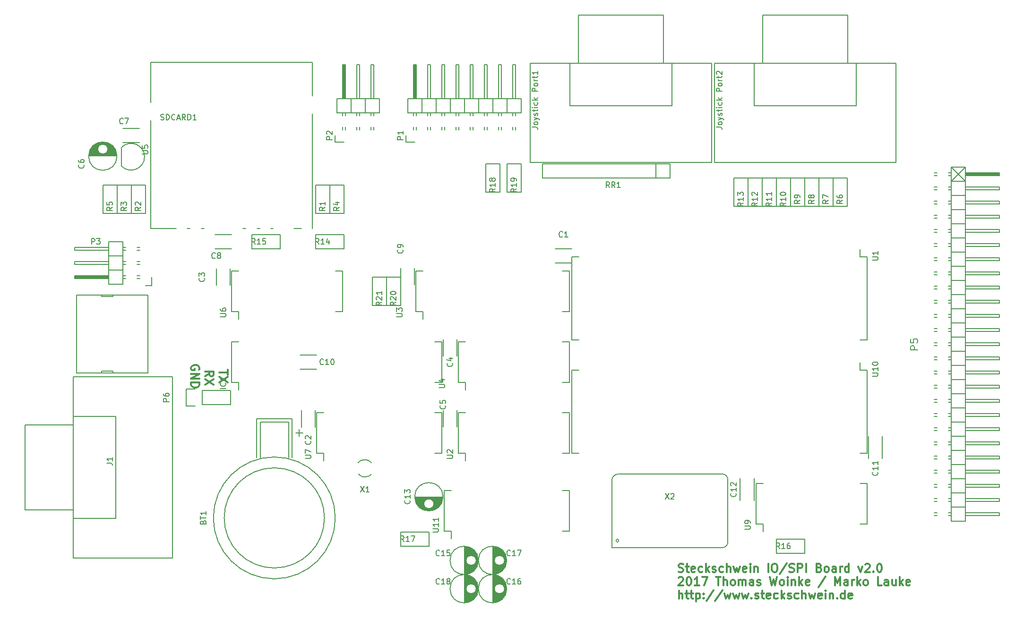
<source format=gbr>
G04 #@! TF.FileFunction,Legend,Top*
%FSLAX46Y46*%
G04 Gerber Fmt 4.6, Leading zero omitted, Abs format (unit mm)*
G04 Created by KiCad (PCBNEW 4.0.2+dfsg1-stable) date Sat 18 Nov 2017 01:56:56 PM CET*
%MOMM*%
G01*
G04 APERTURE LIST*
%ADD10C,0.100000*%
%ADD11C,0.300000*%
%ADD12C,0.150000*%
%ADD13C,0.127000*%
%ADD14C,0.203200*%
G04 APERTURE END LIST*
D10*
D11*
X170465714Y-136637143D02*
X170680000Y-136708571D01*
X171037143Y-136708571D01*
X171180000Y-136637143D01*
X171251429Y-136565714D01*
X171322857Y-136422857D01*
X171322857Y-136280000D01*
X171251429Y-136137143D01*
X171180000Y-136065714D01*
X171037143Y-135994286D01*
X170751429Y-135922857D01*
X170608571Y-135851429D01*
X170537143Y-135780000D01*
X170465714Y-135637143D01*
X170465714Y-135494286D01*
X170537143Y-135351429D01*
X170608571Y-135280000D01*
X170751429Y-135208571D01*
X171108571Y-135208571D01*
X171322857Y-135280000D01*
X171751428Y-135708571D02*
X172322857Y-135708571D01*
X171965714Y-135208571D02*
X171965714Y-136494286D01*
X172037142Y-136637143D01*
X172180000Y-136708571D01*
X172322857Y-136708571D01*
X173394285Y-136637143D02*
X173251428Y-136708571D01*
X172965714Y-136708571D01*
X172822857Y-136637143D01*
X172751428Y-136494286D01*
X172751428Y-135922857D01*
X172822857Y-135780000D01*
X172965714Y-135708571D01*
X173251428Y-135708571D01*
X173394285Y-135780000D01*
X173465714Y-135922857D01*
X173465714Y-136065714D01*
X172751428Y-136208571D01*
X174751428Y-136637143D02*
X174608571Y-136708571D01*
X174322857Y-136708571D01*
X174179999Y-136637143D01*
X174108571Y-136565714D01*
X174037142Y-136422857D01*
X174037142Y-135994286D01*
X174108571Y-135851429D01*
X174179999Y-135780000D01*
X174322857Y-135708571D01*
X174608571Y-135708571D01*
X174751428Y-135780000D01*
X175394285Y-136708571D02*
X175394285Y-135208571D01*
X175537142Y-136137143D02*
X175965713Y-136708571D01*
X175965713Y-135708571D02*
X175394285Y-136280000D01*
X176537142Y-136637143D02*
X176679999Y-136708571D01*
X176965714Y-136708571D01*
X177108571Y-136637143D01*
X177179999Y-136494286D01*
X177179999Y-136422857D01*
X177108571Y-136280000D01*
X176965714Y-136208571D01*
X176751428Y-136208571D01*
X176608571Y-136137143D01*
X176537142Y-135994286D01*
X176537142Y-135922857D01*
X176608571Y-135780000D01*
X176751428Y-135708571D01*
X176965714Y-135708571D01*
X177108571Y-135780000D01*
X178465714Y-136637143D02*
X178322857Y-136708571D01*
X178037143Y-136708571D01*
X177894285Y-136637143D01*
X177822857Y-136565714D01*
X177751428Y-136422857D01*
X177751428Y-135994286D01*
X177822857Y-135851429D01*
X177894285Y-135780000D01*
X178037143Y-135708571D01*
X178322857Y-135708571D01*
X178465714Y-135780000D01*
X179108571Y-136708571D02*
X179108571Y-135208571D01*
X179751428Y-136708571D02*
X179751428Y-135922857D01*
X179679999Y-135780000D01*
X179537142Y-135708571D01*
X179322857Y-135708571D01*
X179179999Y-135780000D01*
X179108571Y-135851429D01*
X180322857Y-135708571D02*
X180608571Y-136708571D01*
X180894285Y-135994286D01*
X181180000Y-136708571D01*
X181465714Y-135708571D01*
X182608571Y-136637143D02*
X182465714Y-136708571D01*
X182180000Y-136708571D01*
X182037143Y-136637143D01*
X181965714Y-136494286D01*
X181965714Y-135922857D01*
X182037143Y-135780000D01*
X182180000Y-135708571D01*
X182465714Y-135708571D01*
X182608571Y-135780000D01*
X182680000Y-135922857D01*
X182680000Y-136065714D01*
X181965714Y-136208571D01*
X183322857Y-136708571D02*
X183322857Y-135708571D01*
X183322857Y-135208571D02*
X183251428Y-135280000D01*
X183322857Y-135351429D01*
X183394285Y-135280000D01*
X183322857Y-135208571D01*
X183322857Y-135351429D01*
X184037143Y-135708571D02*
X184037143Y-136708571D01*
X184037143Y-135851429D02*
X184108571Y-135780000D01*
X184251429Y-135708571D01*
X184465714Y-135708571D01*
X184608571Y-135780000D01*
X184680000Y-135922857D01*
X184680000Y-136708571D01*
X186537143Y-136708571D02*
X186537143Y-135208571D01*
X187537143Y-135208571D02*
X187822857Y-135208571D01*
X187965715Y-135280000D01*
X188108572Y-135422857D01*
X188180000Y-135708571D01*
X188180000Y-136208571D01*
X188108572Y-136494286D01*
X187965715Y-136637143D01*
X187822857Y-136708571D01*
X187537143Y-136708571D01*
X187394286Y-136637143D01*
X187251429Y-136494286D01*
X187180000Y-136208571D01*
X187180000Y-135708571D01*
X187251429Y-135422857D01*
X187394286Y-135280000D01*
X187537143Y-135208571D01*
X189894286Y-135137143D02*
X188608572Y-137065714D01*
X190322858Y-136637143D02*
X190537144Y-136708571D01*
X190894287Y-136708571D01*
X191037144Y-136637143D01*
X191108573Y-136565714D01*
X191180001Y-136422857D01*
X191180001Y-136280000D01*
X191108573Y-136137143D01*
X191037144Y-136065714D01*
X190894287Y-135994286D01*
X190608573Y-135922857D01*
X190465715Y-135851429D01*
X190394287Y-135780000D01*
X190322858Y-135637143D01*
X190322858Y-135494286D01*
X190394287Y-135351429D01*
X190465715Y-135280000D01*
X190608573Y-135208571D01*
X190965715Y-135208571D01*
X191180001Y-135280000D01*
X191822858Y-136708571D02*
X191822858Y-135208571D01*
X192394286Y-135208571D01*
X192537144Y-135280000D01*
X192608572Y-135351429D01*
X192680001Y-135494286D01*
X192680001Y-135708571D01*
X192608572Y-135851429D01*
X192537144Y-135922857D01*
X192394286Y-135994286D01*
X191822858Y-135994286D01*
X193322858Y-136708571D02*
X193322858Y-135208571D01*
X195680001Y-135922857D02*
X195894287Y-135994286D01*
X195965715Y-136065714D01*
X196037144Y-136208571D01*
X196037144Y-136422857D01*
X195965715Y-136565714D01*
X195894287Y-136637143D01*
X195751429Y-136708571D01*
X195180001Y-136708571D01*
X195180001Y-135208571D01*
X195680001Y-135208571D01*
X195822858Y-135280000D01*
X195894287Y-135351429D01*
X195965715Y-135494286D01*
X195965715Y-135637143D01*
X195894287Y-135780000D01*
X195822858Y-135851429D01*
X195680001Y-135922857D01*
X195180001Y-135922857D01*
X196894287Y-136708571D02*
X196751429Y-136637143D01*
X196680001Y-136565714D01*
X196608572Y-136422857D01*
X196608572Y-135994286D01*
X196680001Y-135851429D01*
X196751429Y-135780000D01*
X196894287Y-135708571D01*
X197108572Y-135708571D01*
X197251429Y-135780000D01*
X197322858Y-135851429D01*
X197394287Y-135994286D01*
X197394287Y-136422857D01*
X197322858Y-136565714D01*
X197251429Y-136637143D01*
X197108572Y-136708571D01*
X196894287Y-136708571D01*
X198680001Y-136708571D02*
X198680001Y-135922857D01*
X198608572Y-135780000D01*
X198465715Y-135708571D01*
X198180001Y-135708571D01*
X198037144Y-135780000D01*
X198680001Y-136637143D02*
X198537144Y-136708571D01*
X198180001Y-136708571D01*
X198037144Y-136637143D01*
X197965715Y-136494286D01*
X197965715Y-136351429D01*
X198037144Y-136208571D01*
X198180001Y-136137143D01*
X198537144Y-136137143D01*
X198680001Y-136065714D01*
X199394287Y-136708571D02*
X199394287Y-135708571D01*
X199394287Y-135994286D02*
X199465715Y-135851429D01*
X199537144Y-135780000D01*
X199680001Y-135708571D01*
X199822858Y-135708571D01*
X200965715Y-136708571D02*
X200965715Y-135208571D01*
X200965715Y-136637143D02*
X200822858Y-136708571D01*
X200537144Y-136708571D01*
X200394286Y-136637143D01*
X200322858Y-136565714D01*
X200251429Y-136422857D01*
X200251429Y-135994286D01*
X200322858Y-135851429D01*
X200394286Y-135780000D01*
X200537144Y-135708571D01*
X200822858Y-135708571D01*
X200965715Y-135780000D01*
X202680001Y-135708571D02*
X203037144Y-136708571D01*
X203394286Y-135708571D01*
X203894286Y-135351429D02*
X203965715Y-135280000D01*
X204108572Y-135208571D01*
X204465715Y-135208571D01*
X204608572Y-135280000D01*
X204680001Y-135351429D01*
X204751429Y-135494286D01*
X204751429Y-135637143D01*
X204680001Y-135851429D01*
X203822858Y-136708571D01*
X204751429Y-136708571D01*
X205394286Y-136565714D02*
X205465714Y-136637143D01*
X205394286Y-136708571D01*
X205322857Y-136637143D01*
X205394286Y-136565714D01*
X205394286Y-136708571D01*
X206394286Y-135208571D02*
X206537143Y-135208571D01*
X206680000Y-135280000D01*
X206751429Y-135351429D01*
X206822858Y-135494286D01*
X206894286Y-135780000D01*
X206894286Y-136137143D01*
X206822858Y-136422857D01*
X206751429Y-136565714D01*
X206680000Y-136637143D01*
X206537143Y-136708571D01*
X206394286Y-136708571D01*
X206251429Y-136637143D01*
X206180000Y-136565714D01*
X206108572Y-136422857D01*
X206037143Y-136137143D01*
X206037143Y-135780000D01*
X206108572Y-135494286D01*
X206180000Y-135351429D01*
X206251429Y-135280000D01*
X206394286Y-135208571D01*
X170465714Y-137751429D02*
X170537143Y-137680000D01*
X170680000Y-137608571D01*
X171037143Y-137608571D01*
X171180000Y-137680000D01*
X171251429Y-137751429D01*
X171322857Y-137894286D01*
X171322857Y-138037143D01*
X171251429Y-138251429D01*
X170394286Y-139108571D01*
X171322857Y-139108571D01*
X172251428Y-137608571D02*
X172394285Y-137608571D01*
X172537142Y-137680000D01*
X172608571Y-137751429D01*
X172680000Y-137894286D01*
X172751428Y-138180000D01*
X172751428Y-138537143D01*
X172680000Y-138822857D01*
X172608571Y-138965714D01*
X172537142Y-139037143D01*
X172394285Y-139108571D01*
X172251428Y-139108571D01*
X172108571Y-139037143D01*
X172037142Y-138965714D01*
X171965714Y-138822857D01*
X171894285Y-138537143D01*
X171894285Y-138180000D01*
X171965714Y-137894286D01*
X172037142Y-137751429D01*
X172108571Y-137680000D01*
X172251428Y-137608571D01*
X174179999Y-139108571D02*
X173322856Y-139108571D01*
X173751428Y-139108571D02*
X173751428Y-137608571D01*
X173608571Y-137822857D01*
X173465713Y-137965714D01*
X173322856Y-138037143D01*
X174679999Y-137608571D02*
X175679999Y-137608571D01*
X175037142Y-139108571D01*
X177179998Y-137608571D02*
X178037141Y-137608571D01*
X177608570Y-139108571D02*
X177608570Y-137608571D01*
X178537141Y-139108571D02*
X178537141Y-137608571D01*
X179179998Y-139108571D02*
X179179998Y-138322857D01*
X179108569Y-138180000D01*
X178965712Y-138108571D01*
X178751427Y-138108571D01*
X178608569Y-138180000D01*
X178537141Y-138251429D01*
X180108570Y-139108571D02*
X179965712Y-139037143D01*
X179894284Y-138965714D01*
X179822855Y-138822857D01*
X179822855Y-138394286D01*
X179894284Y-138251429D01*
X179965712Y-138180000D01*
X180108570Y-138108571D01*
X180322855Y-138108571D01*
X180465712Y-138180000D01*
X180537141Y-138251429D01*
X180608570Y-138394286D01*
X180608570Y-138822857D01*
X180537141Y-138965714D01*
X180465712Y-139037143D01*
X180322855Y-139108571D01*
X180108570Y-139108571D01*
X181251427Y-139108571D02*
X181251427Y-138108571D01*
X181251427Y-138251429D02*
X181322855Y-138180000D01*
X181465713Y-138108571D01*
X181679998Y-138108571D01*
X181822855Y-138180000D01*
X181894284Y-138322857D01*
X181894284Y-139108571D01*
X181894284Y-138322857D02*
X181965713Y-138180000D01*
X182108570Y-138108571D01*
X182322855Y-138108571D01*
X182465713Y-138180000D01*
X182537141Y-138322857D01*
X182537141Y-139108571D01*
X183894284Y-139108571D02*
X183894284Y-138322857D01*
X183822855Y-138180000D01*
X183679998Y-138108571D01*
X183394284Y-138108571D01*
X183251427Y-138180000D01*
X183894284Y-139037143D02*
X183751427Y-139108571D01*
X183394284Y-139108571D01*
X183251427Y-139037143D01*
X183179998Y-138894286D01*
X183179998Y-138751429D01*
X183251427Y-138608571D01*
X183394284Y-138537143D01*
X183751427Y-138537143D01*
X183894284Y-138465714D01*
X184537141Y-139037143D02*
X184679998Y-139108571D01*
X184965713Y-139108571D01*
X185108570Y-139037143D01*
X185179998Y-138894286D01*
X185179998Y-138822857D01*
X185108570Y-138680000D01*
X184965713Y-138608571D01*
X184751427Y-138608571D01*
X184608570Y-138537143D01*
X184537141Y-138394286D01*
X184537141Y-138322857D01*
X184608570Y-138180000D01*
X184751427Y-138108571D01*
X184965713Y-138108571D01*
X185108570Y-138180000D01*
X186822856Y-137608571D02*
X187179999Y-139108571D01*
X187465713Y-138037143D01*
X187751427Y-139108571D01*
X188108570Y-137608571D01*
X188894285Y-139108571D02*
X188751427Y-139037143D01*
X188679999Y-138965714D01*
X188608570Y-138822857D01*
X188608570Y-138394286D01*
X188679999Y-138251429D01*
X188751427Y-138180000D01*
X188894285Y-138108571D01*
X189108570Y-138108571D01*
X189251427Y-138180000D01*
X189322856Y-138251429D01*
X189394285Y-138394286D01*
X189394285Y-138822857D01*
X189322856Y-138965714D01*
X189251427Y-139037143D01*
X189108570Y-139108571D01*
X188894285Y-139108571D01*
X190037142Y-139108571D02*
X190037142Y-138108571D01*
X190037142Y-137608571D02*
X189965713Y-137680000D01*
X190037142Y-137751429D01*
X190108570Y-137680000D01*
X190037142Y-137608571D01*
X190037142Y-137751429D01*
X190751428Y-138108571D02*
X190751428Y-139108571D01*
X190751428Y-138251429D02*
X190822856Y-138180000D01*
X190965714Y-138108571D01*
X191179999Y-138108571D01*
X191322856Y-138180000D01*
X191394285Y-138322857D01*
X191394285Y-139108571D01*
X192108571Y-139108571D02*
X192108571Y-137608571D01*
X192251428Y-138537143D02*
X192679999Y-139108571D01*
X192679999Y-138108571D02*
X192108571Y-138680000D01*
X193894285Y-139037143D02*
X193751428Y-139108571D01*
X193465714Y-139108571D01*
X193322857Y-139037143D01*
X193251428Y-138894286D01*
X193251428Y-138322857D01*
X193322857Y-138180000D01*
X193465714Y-138108571D01*
X193751428Y-138108571D01*
X193894285Y-138180000D01*
X193965714Y-138322857D01*
X193965714Y-138465714D01*
X193251428Y-138608571D01*
X196822856Y-137537143D02*
X195537142Y-139465714D01*
X198465714Y-139108571D02*
X198465714Y-137608571D01*
X198965714Y-138680000D01*
X199465714Y-137608571D01*
X199465714Y-139108571D01*
X200822857Y-139108571D02*
X200822857Y-138322857D01*
X200751428Y-138180000D01*
X200608571Y-138108571D01*
X200322857Y-138108571D01*
X200180000Y-138180000D01*
X200822857Y-139037143D02*
X200680000Y-139108571D01*
X200322857Y-139108571D01*
X200180000Y-139037143D01*
X200108571Y-138894286D01*
X200108571Y-138751429D01*
X200180000Y-138608571D01*
X200322857Y-138537143D01*
X200680000Y-138537143D01*
X200822857Y-138465714D01*
X201537143Y-139108571D02*
X201537143Y-138108571D01*
X201537143Y-138394286D02*
X201608571Y-138251429D01*
X201680000Y-138180000D01*
X201822857Y-138108571D01*
X201965714Y-138108571D01*
X202465714Y-139108571D02*
X202465714Y-137608571D01*
X202608571Y-138537143D02*
X203037142Y-139108571D01*
X203037142Y-138108571D02*
X202465714Y-138680000D01*
X203894286Y-139108571D02*
X203751428Y-139037143D01*
X203680000Y-138965714D01*
X203608571Y-138822857D01*
X203608571Y-138394286D01*
X203680000Y-138251429D01*
X203751428Y-138180000D01*
X203894286Y-138108571D01*
X204108571Y-138108571D01*
X204251428Y-138180000D01*
X204322857Y-138251429D01*
X204394286Y-138394286D01*
X204394286Y-138822857D01*
X204322857Y-138965714D01*
X204251428Y-139037143D01*
X204108571Y-139108571D01*
X203894286Y-139108571D01*
X206894286Y-139108571D02*
X206180000Y-139108571D01*
X206180000Y-137608571D01*
X208037143Y-139108571D02*
X208037143Y-138322857D01*
X207965714Y-138180000D01*
X207822857Y-138108571D01*
X207537143Y-138108571D01*
X207394286Y-138180000D01*
X208037143Y-139037143D02*
X207894286Y-139108571D01*
X207537143Y-139108571D01*
X207394286Y-139037143D01*
X207322857Y-138894286D01*
X207322857Y-138751429D01*
X207394286Y-138608571D01*
X207537143Y-138537143D01*
X207894286Y-138537143D01*
X208037143Y-138465714D01*
X209394286Y-138108571D02*
X209394286Y-139108571D01*
X208751429Y-138108571D02*
X208751429Y-138894286D01*
X208822857Y-139037143D01*
X208965715Y-139108571D01*
X209180000Y-139108571D01*
X209322857Y-139037143D01*
X209394286Y-138965714D01*
X210108572Y-139108571D02*
X210108572Y-137608571D01*
X210251429Y-138537143D02*
X210680000Y-139108571D01*
X210680000Y-138108571D02*
X210108572Y-138680000D01*
X211894286Y-139037143D02*
X211751429Y-139108571D01*
X211465715Y-139108571D01*
X211322858Y-139037143D01*
X211251429Y-138894286D01*
X211251429Y-138322857D01*
X211322858Y-138180000D01*
X211465715Y-138108571D01*
X211751429Y-138108571D01*
X211894286Y-138180000D01*
X211965715Y-138322857D01*
X211965715Y-138465714D01*
X211251429Y-138608571D01*
X170537143Y-141508571D02*
X170537143Y-140008571D01*
X171180000Y-141508571D02*
X171180000Y-140722857D01*
X171108571Y-140580000D01*
X170965714Y-140508571D01*
X170751429Y-140508571D01*
X170608571Y-140580000D01*
X170537143Y-140651429D01*
X171680000Y-140508571D02*
X172251429Y-140508571D01*
X171894286Y-140008571D02*
X171894286Y-141294286D01*
X171965714Y-141437143D01*
X172108572Y-141508571D01*
X172251429Y-141508571D01*
X172537143Y-140508571D02*
X173108572Y-140508571D01*
X172751429Y-140008571D02*
X172751429Y-141294286D01*
X172822857Y-141437143D01*
X172965715Y-141508571D01*
X173108572Y-141508571D01*
X173608572Y-140508571D02*
X173608572Y-142008571D01*
X173608572Y-140580000D02*
X173751429Y-140508571D01*
X174037143Y-140508571D01*
X174180000Y-140580000D01*
X174251429Y-140651429D01*
X174322858Y-140794286D01*
X174322858Y-141222857D01*
X174251429Y-141365714D01*
X174180000Y-141437143D01*
X174037143Y-141508571D01*
X173751429Y-141508571D01*
X173608572Y-141437143D01*
X174965715Y-141365714D02*
X175037143Y-141437143D01*
X174965715Y-141508571D01*
X174894286Y-141437143D01*
X174965715Y-141365714D01*
X174965715Y-141508571D01*
X174965715Y-140580000D02*
X175037143Y-140651429D01*
X174965715Y-140722857D01*
X174894286Y-140651429D01*
X174965715Y-140580000D01*
X174965715Y-140722857D01*
X176751429Y-139937143D02*
X175465715Y-141865714D01*
X178322858Y-139937143D02*
X177037144Y-141865714D01*
X178680002Y-140508571D02*
X178965716Y-141508571D01*
X179251430Y-140794286D01*
X179537145Y-141508571D01*
X179822859Y-140508571D01*
X180251431Y-140508571D02*
X180537145Y-141508571D01*
X180822859Y-140794286D01*
X181108574Y-141508571D01*
X181394288Y-140508571D01*
X181822860Y-140508571D02*
X182108574Y-141508571D01*
X182394288Y-140794286D01*
X182680003Y-141508571D01*
X182965717Y-140508571D01*
X183537146Y-141365714D02*
X183608574Y-141437143D01*
X183537146Y-141508571D01*
X183465717Y-141437143D01*
X183537146Y-141365714D01*
X183537146Y-141508571D01*
X184180003Y-141437143D02*
X184322860Y-141508571D01*
X184608575Y-141508571D01*
X184751432Y-141437143D01*
X184822860Y-141294286D01*
X184822860Y-141222857D01*
X184751432Y-141080000D01*
X184608575Y-141008571D01*
X184394289Y-141008571D01*
X184251432Y-140937143D01*
X184180003Y-140794286D01*
X184180003Y-140722857D01*
X184251432Y-140580000D01*
X184394289Y-140508571D01*
X184608575Y-140508571D01*
X184751432Y-140580000D01*
X185251432Y-140508571D02*
X185822861Y-140508571D01*
X185465718Y-140008571D02*
X185465718Y-141294286D01*
X185537146Y-141437143D01*
X185680004Y-141508571D01*
X185822861Y-141508571D01*
X186894289Y-141437143D02*
X186751432Y-141508571D01*
X186465718Y-141508571D01*
X186322861Y-141437143D01*
X186251432Y-141294286D01*
X186251432Y-140722857D01*
X186322861Y-140580000D01*
X186465718Y-140508571D01*
X186751432Y-140508571D01*
X186894289Y-140580000D01*
X186965718Y-140722857D01*
X186965718Y-140865714D01*
X186251432Y-141008571D01*
X188251432Y-141437143D02*
X188108575Y-141508571D01*
X187822861Y-141508571D01*
X187680003Y-141437143D01*
X187608575Y-141365714D01*
X187537146Y-141222857D01*
X187537146Y-140794286D01*
X187608575Y-140651429D01*
X187680003Y-140580000D01*
X187822861Y-140508571D01*
X188108575Y-140508571D01*
X188251432Y-140580000D01*
X188894289Y-141508571D02*
X188894289Y-140008571D01*
X189037146Y-140937143D02*
X189465717Y-141508571D01*
X189465717Y-140508571D02*
X188894289Y-141080000D01*
X190037146Y-141437143D02*
X190180003Y-141508571D01*
X190465718Y-141508571D01*
X190608575Y-141437143D01*
X190680003Y-141294286D01*
X190680003Y-141222857D01*
X190608575Y-141080000D01*
X190465718Y-141008571D01*
X190251432Y-141008571D01*
X190108575Y-140937143D01*
X190037146Y-140794286D01*
X190037146Y-140722857D01*
X190108575Y-140580000D01*
X190251432Y-140508571D01*
X190465718Y-140508571D01*
X190608575Y-140580000D01*
X191965718Y-141437143D02*
X191822861Y-141508571D01*
X191537147Y-141508571D01*
X191394289Y-141437143D01*
X191322861Y-141365714D01*
X191251432Y-141222857D01*
X191251432Y-140794286D01*
X191322861Y-140651429D01*
X191394289Y-140580000D01*
X191537147Y-140508571D01*
X191822861Y-140508571D01*
X191965718Y-140580000D01*
X192608575Y-141508571D02*
X192608575Y-140008571D01*
X193251432Y-141508571D02*
X193251432Y-140722857D01*
X193180003Y-140580000D01*
X193037146Y-140508571D01*
X192822861Y-140508571D01*
X192680003Y-140580000D01*
X192608575Y-140651429D01*
X193822861Y-140508571D02*
X194108575Y-141508571D01*
X194394289Y-140794286D01*
X194680004Y-141508571D01*
X194965718Y-140508571D01*
X196108575Y-141437143D02*
X195965718Y-141508571D01*
X195680004Y-141508571D01*
X195537147Y-141437143D01*
X195465718Y-141294286D01*
X195465718Y-140722857D01*
X195537147Y-140580000D01*
X195680004Y-140508571D01*
X195965718Y-140508571D01*
X196108575Y-140580000D01*
X196180004Y-140722857D01*
X196180004Y-140865714D01*
X195465718Y-141008571D01*
X196822861Y-141508571D02*
X196822861Y-140508571D01*
X196822861Y-140008571D02*
X196751432Y-140080000D01*
X196822861Y-140151429D01*
X196894289Y-140080000D01*
X196822861Y-140008571D01*
X196822861Y-140151429D01*
X197537147Y-140508571D02*
X197537147Y-141508571D01*
X197537147Y-140651429D02*
X197608575Y-140580000D01*
X197751433Y-140508571D01*
X197965718Y-140508571D01*
X198108575Y-140580000D01*
X198180004Y-140722857D01*
X198180004Y-141508571D01*
X198894290Y-141365714D02*
X198965718Y-141437143D01*
X198894290Y-141508571D01*
X198822861Y-141437143D01*
X198894290Y-141365714D01*
X198894290Y-141508571D01*
X200251433Y-141508571D02*
X200251433Y-140008571D01*
X200251433Y-141437143D02*
X200108576Y-141508571D01*
X199822862Y-141508571D01*
X199680004Y-141437143D01*
X199608576Y-141365714D01*
X199537147Y-141222857D01*
X199537147Y-140794286D01*
X199608576Y-140651429D01*
X199680004Y-140580000D01*
X199822862Y-140508571D01*
X200108576Y-140508571D01*
X200251433Y-140580000D01*
X201537147Y-141437143D02*
X201394290Y-141508571D01*
X201108576Y-141508571D01*
X200965719Y-141437143D01*
X200894290Y-141294286D01*
X200894290Y-140722857D01*
X200965719Y-140580000D01*
X201108576Y-140508571D01*
X201394290Y-140508571D01*
X201537147Y-140580000D01*
X201608576Y-140722857D01*
X201608576Y-140865714D01*
X200894290Y-141008571D01*
X84570000Y-100457143D02*
X84641429Y-100314286D01*
X84641429Y-100100000D01*
X84570000Y-99885715D01*
X84427143Y-99742857D01*
X84284286Y-99671429D01*
X83998571Y-99600000D01*
X83784286Y-99600000D01*
X83498571Y-99671429D01*
X83355714Y-99742857D01*
X83212857Y-99885715D01*
X83141429Y-100100000D01*
X83141429Y-100242857D01*
X83212857Y-100457143D01*
X83284286Y-100528572D01*
X83784286Y-100528572D01*
X83784286Y-100242857D01*
X83141429Y-101171429D02*
X84641429Y-101171429D01*
X83141429Y-102028572D01*
X84641429Y-102028572D01*
X83141429Y-102742858D02*
X84641429Y-102742858D01*
X84641429Y-103100001D01*
X84570000Y-103314286D01*
X84427143Y-103457144D01*
X84284286Y-103528572D01*
X83998571Y-103600001D01*
X83784286Y-103600001D01*
X83498571Y-103528572D01*
X83355714Y-103457144D01*
X83212857Y-103314286D01*
X83141429Y-103100001D01*
X83141429Y-102742858D01*
X89721429Y-100457143D02*
X89721429Y-101314286D01*
X88221429Y-100885715D02*
X89721429Y-100885715D01*
X89721429Y-101671429D02*
X88221429Y-102671429D01*
X89721429Y-102671429D02*
X88221429Y-101671429D01*
X85681429Y-101604001D02*
X86395714Y-101104001D01*
X85681429Y-100746858D02*
X87181429Y-100746858D01*
X87181429Y-101318286D01*
X87110000Y-101461144D01*
X87038571Y-101532572D01*
X86895714Y-101604001D01*
X86681429Y-101604001D01*
X86538571Y-101532572D01*
X86467143Y-101461144D01*
X86395714Y-101318286D01*
X86395714Y-100746858D01*
X87181429Y-102104001D02*
X85681429Y-103104001D01*
X87181429Y-103104001D02*
X85681429Y-102104001D01*
D12*
X216789000Y-65659000D02*
X216281000Y-65659000D01*
X216789000Y-65151000D02*
X216281000Y-65151000D01*
X216789000Y-82931000D02*
X216281000Y-82931000D01*
X216789000Y-83439000D02*
X216281000Y-83439000D01*
X216789000Y-85471000D02*
X216281000Y-85471000D01*
X216789000Y-85979000D02*
X216281000Y-85979000D01*
X216789000Y-80899000D02*
X216281000Y-80899000D01*
X216789000Y-80391000D02*
X216281000Y-80391000D01*
X216789000Y-78359000D02*
X216281000Y-78359000D01*
X216789000Y-77851000D02*
X216281000Y-77851000D01*
X216789000Y-67691000D02*
X216281000Y-67691000D01*
X216789000Y-68199000D02*
X216281000Y-68199000D01*
X216789000Y-70231000D02*
X216281000Y-70231000D01*
X216789000Y-70739000D02*
X216281000Y-70739000D01*
X216789000Y-75819000D02*
X216281000Y-75819000D01*
X216789000Y-75311000D02*
X216281000Y-75311000D01*
X216789000Y-73279000D02*
X216281000Y-73279000D01*
X216789000Y-72771000D02*
X216281000Y-72771000D01*
X216789000Y-113411000D02*
X216281000Y-113411000D01*
X216789000Y-113919000D02*
X216281000Y-113919000D01*
X216789000Y-115951000D02*
X216281000Y-115951000D01*
X216789000Y-116459000D02*
X216281000Y-116459000D01*
X216789000Y-111379000D02*
X216281000Y-111379000D01*
X216789000Y-110871000D02*
X216281000Y-110871000D01*
X216789000Y-108839000D02*
X216281000Y-108839000D01*
X216789000Y-108331000D02*
X216281000Y-108331000D01*
X216789000Y-118491000D02*
X216281000Y-118491000D01*
X216789000Y-118999000D02*
X216281000Y-118999000D01*
X216789000Y-121031000D02*
X216281000Y-121031000D01*
X216789000Y-121539000D02*
X216281000Y-121539000D01*
X216789000Y-126619000D02*
X216281000Y-126619000D01*
X216789000Y-126111000D02*
X216281000Y-126111000D01*
X216789000Y-124079000D02*
X216281000Y-124079000D01*
X216789000Y-123571000D02*
X216281000Y-123571000D01*
X216789000Y-103251000D02*
X216281000Y-103251000D01*
X216789000Y-103759000D02*
X216281000Y-103759000D01*
X216789000Y-105791000D02*
X216281000Y-105791000D01*
X216789000Y-106299000D02*
X216281000Y-106299000D01*
X216789000Y-101219000D02*
X216281000Y-101219000D01*
X216789000Y-100711000D02*
X216281000Y-100711000D01*
X216789000Y-98679000D02*
X216281000Y-98679000D01*
X216789000Y-98171000D02*
X216281000Y-98171000D01*
X216789000Y-88011000D02*
X216281000Y-88011000D01*
X216789000Y-88519000D02*
X216281000Y-88519000D01*
X216789000Y-90551000D02*
X216281000Y-90551000D01*
X216789000Y-91059000D02*
X216281000Y-91059000D01*
X216789000Y-96139000D02*
X216281000Y-96139000D01*
X216789000Y-95631000D02*
X216281000Y-95631000D01*
X216789000Y-93599000D02*
X216281000Y-93599000D01*
X216789000Y-93091000D02*
X216281000Y-93091000D01*
X219329000Y-110871000D02*
X218821000Y-110871000D01*
X219329000Y-111379000D02*
X218821000Y-111379000D01*
X219329000Y-113411000D02*
X218821000Y-113411000D01*
X219329000Y-113919000D02*
X218821000Y-113919000D01*
X219329000Y-108839000D02*
X218821000Y-108839000D01*
X219329000Y-108331000D02*
X218821000Y-108331000D01*
X219329000Y-106299000D02*
X218821000Y-106299000D01*
X219329000Y-105791000D02*
X218821000Y-105791000D01*
X219329000Y-115951000D02*
X218821000Y-115951000D01*
X219329000Y-116459000D02*
X218821000Y-116459000D01*
X219329000Y-118491000D02*
X218821000Y-118491000D01*
X219329000Y-118999000D02*
X218821000Y-118999000D01*
X219329000Y-124079000D02*
X218821000Y-124079000D01*
X219329000Y-123571000D02*
X218821000Y-123571000D01*
X219329000Y-121539000D02*
X218821000Y-121539000D01*
X219329000Y-121031000D02*
X218821000Y-121031000D01*
X219329000Y-126111000D02*
X218821000Y-126111000D01*
X219329000Y-126619000D02*
X218821000Y-126619000D01*
X219329000Y-90551000D02*
X218821000Y-90551000D01*
X219329000Y-91059000D02*
X218821000Y-91059000D01*
X219329000Y-93091000D02*
X218821000Y-93091000D01*
X219329000Y-93599000D02*
X218821000Y-93599000D01*
X219329000Y-88519000D02*
X218821000Y-88519000D01*
X219329000Y-88011000D02*
X218821000Y-88011000D01*
X219329000Y-85979000D02*
X218821000Y-85979000D01*
X219329000Y-85471000D02*
X218821000Y-85471000D01*
X219329000Y-95631000D02*
X218821000Y-95631000D01*
X219329000Y-96139000D02*
X218821000Y-96139000D01*
X219329000Y-98171000D02*
X218821000Y-98171000D01*
X219329000Y-98679000D02*
X218821000Y-98679000D01*
X219329000Y-103759000D02*
X218821000Y-103759000D01*
X219329000Y-103251000D02*
X218821000Y-103251000D01*
X219329000Y-101219000D02*
X218821000Y-101219000D01*
X219329000Y-100711000D02*
X218821000Y-100711000D01*
X219329000Y-80391000D02*
X218821000Y-80391000D01*
X219329000Y-80899000D02*
X218821000Y-80899000D01*
X219329000Y-82931000D02*
X218821000Y-82931000D01*
X219329000Y-83439000D02*
X218821000Y-83439000D01*
X219329000Y-78359000D02*
X218821000Y-78359000D01*
X219329000Y-77851000D02*
X218821000Y-77851000D01*
X219329000Y-75819000D02*
X218821000Y-75819000D01*
X219329000Y-75311000D02*
X218821000Y-75311000D01*
X219329000Y-65151000D02*
X218821000Y-65151000D01*
X219329000Y-65659000D02*
X218821000Y-65659000D01*
X219329000Y-67691000D02*
X218821000Y-67691000D01*
X219329000Y-68199000D02*
X218821000Y-68199000D01*
X219329000Y-73279000D02*
X218821000Y-73279000D01*
X219329000Y-72771000D02*
X218821000Y-72771000D01*
X219329000Y-70739000D02*
X218821000Y-70739000D01*
X219329000Y-70231000D02*
X218821000Y-70231000D01*
X219329000Y-64135000D02*
X221869000Y-66675000D01*
X221869000Y-64135000D02*
X219329000Y-66675000D01*
X221869000Y-65278000D02*
X227838000Y-65278000D01*
X227838000Y-65278000D02*
X227838000Y-65532000D01*
X227838000Y-65532000D02*
X221996000Y-65532000D01*
X221996000Y-65532000D02*
X221996000Y-65405000D01*
X221996000Y-65405000D02*
X227838000Y-65405000D01*
X219329000Y-104775000D02*
X221869000Y-104775000D01*
X219329000Y-104775000D02*
X219329000Y-107315000D01*
X219329000Y-107315000D02*
X221869000Y-107315000D01*
X221869000Y-105791000D02*
X227965000Y-105791000D01*
X227965000Y-105791000D02*
X227965000Y-106299000D01*
X227965000Y-106299000D02*
X221869000Y-106299000D01*
X221869000Y-107315000D02*
X221869000Y-104775000D01*
X221869000Y-109855000D02*
X221869000Y-107315000D01*
X227965000Y-108839000D02*
X221869000Y-108839000D01*
X227965000Y-108331000D02*
X227965000Y-108839000D01*
X221869000Y-108331000D02*
X227965000Y-108331000D01*
X219329000Y-109855000D02*
X221869000Y-109855000D01*
X219329000Y-107315000D02*
X219329000Y-109855000D01*
X219329000Y-107315000D02*
X221869000Y-107315000D01*
X219329000Y-112395000D02*
X221869000Y-112395000D01*
X219329000Y-112395000D02*
X219329000Y-114935000D01*
X219329000Y-114935000D02*
X221869000Y-114935000D01*
X221869000Y-113411000D02*
X227965000Y-113411000D01*
X227965000Y-113411000D02*
X227965000Y-113919000D01*
X227965000Y-113919000D02*
X221869000Y-113919000D01*
X221869000Y-114935000D02*
X221869000Y-112395000D01*
X221869000Y-112395000D02*
X221869000Y-109855000D01*
X227965000Y-111379000D02*
X221869000Y-111379000D01*
X227965000Y-110871000D02*
X227965000Y-111379000D01*
X221869000Y-110871000D02*
X227965000Y-110871000D01*
X219329000Y-112395000D02*
X221869000Y-112395000D01*
X219329000Y-109855000D02*
X219329000Y-112395000D01*
X219329000Y-109855000D02*
X221869000Y-109855000D01*
X219329000Y-120015000D02*
X221869000Y-120015000D01*
X219329000Y-120015000D02*
X219329000Y-122555000D01*
X219329000Y-122555000D02*
X221869000Y-122555000D01*
X221869000Y-121031000D02*
X227965000Y-121031000D01*
X227965000Y-121031000D02*
X227965000Y-121539000D01*
X227965000Y-121539000D02*
X221869000Y-121539000D01*
X221869000Y-122555000D02*
X221869000Y-120015000D01*
X221869000Y-125095000D02*
X221869000Y-122555000D01*
X227965000Y-124079000D02*
X221869000Y-124079000D01*
X227965000Y-123571000D02*
X227965000Y-124079000D01*
X221869000Y-123571000D02*
X227965000Y-123571000D01*
X219329000Y-125095000D02*
X221869000Y-125095000D01*
X219329000Y-122555000D02*
X219329000Y-125095000D01*
X219329000Y-122555000D02*
X221869000Y-122555000D01*
X219329000Y-117475000D02*
X221869000Y-117475000D01*
X219329000Y-117475000D02*
X219329000Y-120015000D01*
X219329000Y-120015000D02*
X221869000Y-120015000D01*
X221869000Y-118491000D02*
X227965000Y-118491000D01*
X227965000Y-118491000D02*
X227965000Y-118999000D01*
X227965000Y-118999000D02*
X221869000Y-118999000D01*
X221869000Y-120015000D02*
X221869000Y-117475000D01*
X221869000Y-117475000D02*
X221869000Y-114935000D01*
X227965000Y-116459000D02*
X221869000Y-116459000D01*
X227965000Y-115951000D02*
X227965000Y-116459000D01*
X221869000Y-115951000D02*
X227965000Y-115951000D01*
X219329000Y-117475000D02*
X221869000Y-117475000D01*
X219329000Y-114935000D02*
X219329000Y-117475000D01*
X219329000Y-114935000D02*
X221869000Y-114935000D01*
X221869000Y-127635000D02*
X221869000Y-125095000D01*
X227965000Y-126619000D02*
X221869000Y-126619000D01*
X227965000Y-126111000D02*
X227965000Y-126619000D01*
X221869000Y-126111000D02*
X227965000Y-126111000D01*
X219329000Y-127635000D02*
X221869000Y-127635000D01*
X219329000Y-125095000D02*
X219329000Y-127635000D01*
X219329000Y-125095000D02*
X221869000Y-125095000D01*
X219329000Y-84455000D02*
X221869000Y-84455000D01*
X219329000Y-84455000D02*
X219329000Y-86995000D01*
X219329000Y-86995000D02*
X221869000Y-86995000D01*
X221869000Y-85471000D02*
X227965000Y-85471000D01*
X227965000Y-85471000D02*
X227965000Y-85979000D01*
X227965000Y-85979000D02*
X221869000Y-85979000D01*
X221869000Y-86995000D02*
X221869000Y-84455000D01*
X221869000Y-89535000D02*
X221869000Y-86995000D01*
X227965000Y-88519000D02*
X221869000Y-88519000D01*
X227965000Y-88011000D02*
X227965000Y-88519000D01*
X221869000Y-88011000D02*
X227965000Y-88011000D01*
X219329000Y-89535000D02*
X221869000Y-89535000D01*
X219329000Y-86995000D02*
X219329000Y-89535000D01*
X219329000Y-86995000D02*
X221869000Y-86995000D01*
X219329000Y-92075000D02*
X221869000Y-92075000D01*
X219329000Y-92075000D02*
X219329000Y-94615000D01*
X219329000Y-94615000D02*
X221869000Y-94615000D01*
X221869000Y-93091000D02*
X227965000Y-93091000D01*
X227965000Y-93091000D02*
X227965000Y-93599000D01*
X227965000Y-93599000D02*
X221869000Y-93599000D01*
X221869000Y-94615000D02*
X221869000Y-92075000D01*
X221869000Y-92075000D02*
X221869000Y-89535000D01*
X227965000Y-91059000D02*
X221869000Y-91059000D01*
X227965000Y-90551000D02*
X227965000Y-91059000D01*
X221869000Y-90551000D02*
X227965000Y-90551000D01*
X219329000Y-92075000D02*
X221869000Y-92075000D01*
X219329000Y-89535000D02*
X219329000Y-92075000D01*
X219329000Y-89535000D02*
X221869000Y-89535000D01*
X219329000Y-99695000D02*
X221869000Y-99695000D01*
X219329000Y-99695000D02*
X219329000Y-102235000D01*
X219329000Y-102235000D02*
X221869000Y-102235000D01*
X221869000Y-100711000D02*
X227965000Y-100711000D01*
X227965000Y-100711000D02*
X227965000Y-101219000D01*
X227965000Y-101219000D02*
X221869000Y-101219000D01*
X221869000Y-102235000D02*
X221869000Y-99695000D01*
X221869000Y-104775000D02*
X221869000Y-102235000D01*
X227965000Y-103759000D02*
X221869000Y-103759000D01*
X227965000Y-103251000D02*
X227965000Y-103759000D01*
X221869000Y-103251000D02*
X227965000Y-103251000D01*
X219329000Y-104775000D02*
X221869000Y-104775000D01*
X219329000Y-102235000D02*
X219329000Y-104775000D01*
X219329000Y-102235000D02*
X221869000Y-102235000D01*
X219329000Y-97155000D02*
X221869000Y-97155000D01*
X219329000Y-97155000D02*
X219329000Y-99695000D01*
X219329000Y-99695000D02*
X221869000Y-99695000D01*
X221869000Y-98171000D02*
X227965000Y-98171000D01*
X227965000Y-98171000D02*
X227965000Y-98679000D01*
X227965000Y-98679000D02*
X221869000Y-98679000D01*
X221869000Y-99695000D02*
X221869000Y-97155000D01*
X221869000Y-97155000D02*
X221869000Y-94615000D01*
X227965000Y-96139000D02*
X221869000Y-96139000D01*
X227965000Y-95631000D02*
X227965000Y-96139000D01*
X221869000Y-95631000D02*
X227965000Y-95631000D01*
X219329000Y-97155000D02*
X221869000Y-97155000D01*
X219329000Y-94615000D02*
X219329000Y-97155000D01*
X219329000Y-94615000D02*
X221869000Y-94615000D01*
X219329000Y-74295000D02*
X221869000Y-74295000D01*
X219329000Y-74295000D02*
X219329000Y-76835000D01*
X219329000Y-76835000D02*
X221869000Y-76835000D01*
X221869000Y-75311000D02*
X227965000Y-75311000D01*
X227965000Y-75311000D02*
X227965000Y-75819000D01*
X227965000Y-75819000D02*
X221869000Y-75819000D01*
X221869000Y-76835000D02*
X221869000Y-74295000D01*
X221869000Y-79375000D02*
X221869000Y-76835000D01*
X227965000Y-78359000D02*
X221869000Y-78359000D01*
X227965000Y-77851000D02*
X227965000Y-78359000D01*
X221869000Y-77851000D02*
X227965000Y-77851000D01*
X219329000Y-79375000D02*
X221869000Y-79375000D01*
X219329000Y-76835000D02*
X219329000Y-79375000D01*
X219329000Y-76835000D02*
X221869000Y-76835000D01*
X219329000Y-81915000D02*
X221869000Y-81915000D01*
X219329000Y-81915000D02*
X219329000Y-84455000D01*
X219329000Y-84455000D02*
X221869000Y-84455000D01*
X221869000Y-82931000D02*
X227965000Y-82931000D01*
X227965000Y-82931000D02*
X227965000Y-83439000D01*
X227965000Y-83439000D02*
X221869000Y-83439000D01*
X221869000Y-84455000D02*
X221869000Y-81915000D01*
X221869000Y-81915000D02*
X221869000Y-79375000D01*
X227965000Y-80899000D02*
X221869000Y-80899000D01*
X227965000Y-80391000D02*
X227965000Y-80899000D01*
X221869000Y-80391000D02*
X227965000Y-80391000D01*
X219329000Y-81915000D02*
X221869000Y-81915000D01*
X219329000Y-79375000D02*
X219329000Y-81915000D01*
X219329000Y-79375000D02*
X221869000Y-79375000D01*
X219329000Y-69215000D02*
X221869000Y-69215000D01*
X219329000Y-69215000D02*
X219329000Y-71755000D01*
X219329000Y-71755000D02*
X221869000Y-71755000D01*
X221869000Y-70231000D02*
X227965000Y-70231000D01*
X227965000Y-70231000D02*
X227965000Y-70739000D01*
X227965000Y-70739000D02*
X221869000Y-70739000D01*
X221869000Y-71755000D02*
X221869000Y-69215000D01*
X221869000Y-74295000D02*
X221869000Y-71755000D01*
X227965000Y-73279000D02*
X221869000Y-73279000D01*
X227965000Y-72771000D02*
X227965000Y-73279000D01*
X221869000Y-72771000D02*
X227965000Y-72771000D01*
X219329000Y-74295000D02*
X221869000Y-74295000D01*
X219329000Y-71755000D02*
X219329000Y-74295000D01*
X219329000Y-71755000D02*
X221869000Y-71755000D01*
X219329000Y-66675000D02*
X221869000Y-66675000D01*
X219329000Y-66675000D02*
X219329000Y-69215000D01*
X219329000Y-69215000D02*
X221869000Y-69215000D01*
X221869000Y-67691000D02*
X227965000Y-67691000D01*
X227965000Y-67691000D02*
X227965000Y-68199000D01*
X227965000Y-68199000D02*
X221869000Y-68199000D01*
X221869000Y-69215000D02*
X221869000Y-66675000D01*
X221869000Y-66675000D02*
X221869000Y-64135000D01*
X227965000Y-65659000D02*
X221869000Y-65659000D01*
X227965000Y-65151000D02*
X227965000Y-65659000D01*
X221869000Y-65151000D02*
X227965000Y-65151000D01*
X219329000Y-66675000D02*
X221869000Y-66675000D01*
X219329000Y-64135000D02*
X219329000Y-66675000D01*
X219329000Y-64135000D02*
X221869000Y-64135000D01*
X115824000Y-56896000D02*
X115824000Y-57404000D01*
X115316000Y-56896000D02*
X115316000Y-57404000D01*
X113284000Y-56896000D02*
X113284000Y-57404000D01*
X112776000Y-56896000D02*
X112776000Y-57404000D01*
X110744000Y-56896000D02*
X110744000Y-57404000D01*
X110236000Y-56896000D02*
X110236000Y-57404000D01*
X112776000Y-54356000D02*
X112776000Y-54864000D01*
X113284000Y-54356000D02*
X113284000Y-54864000D01*
X115316000Y-54356000D02*
X115316000Y-54864000D01*
X115824000Y-54356000D02*
X115824000Y-54864000D01*
X110236000Y-54356000D02*
X110236000Y-54864000D01*
X110744000Y-54356000D02*
X110744000Y-54864000D01*
X108940000Y-58420000D02*
X108940000Y-59570000D01*
X108940000Y-59570000D02*
X110490000Y-59570000D01*
X110363000Y-51816000D02*
X110363000Y-45847000D01*
X110363000Y-45847000D02*
X110617000Y-45847000D01*
X110617000Y-45847000D02*
X110617000Y-51689000D01*
X110617000Y-51689000D02*
X110490000Y-51689000D01*
X110490000Y-51689000D02*
X110490000Y-45847000D01*
X111760000Y-54356000D02*
X114300000Y-54356000D01*
X114300000Y-54356000D02*
X114300000Y-51816000D01*
X112776000Y-51816000D02*
X112776000Y-45720000D01*
X112776000Y-45720000D02*
X113284000Y-45720000D01*
X113284000Y-45720000D02*
X113284000Y-51816000D01*
X114300000Y-51816000D02*
X111760000Y-51816000D01*
X116840000Y-54356000D02*
X116840000Y-51816000D01*
X116840000Y-51816000D02*
X114300000Y-51816000D01*
X115824000Y-45720000D02*
X115824000Y-51816000D01*
X115316000Y-45720000D02*
X115824000Y-45720000D01*
X115316000Y-51816000D02*
X115316000Y-45720000D01*
X116840000Y-54356000D02*
X116840000Y-51816000D01*
X114300000Y-54356000D02*
X116840000Y-54356000D01*
X114300000Y-54356000D02*
X114300000Y-51816000D01*
X111760000Y-54356000D02*
X111760000Y-51816000D01*
X111760000Y-51816000D02*
X109220000Y-51816000D01*
X110744000Y-45720000D02*
X110744000Y-51816000D01*
X110236000Y-45720000D02*
X110744000Y-45720000D01*
X110236000Y-51816000D02*
X110236000Y-45720000D01*
X111760000Y-54356000D02*
X111760000Y-51816000D01*
X109220000Y-54356000D02*
X111760000Y-54356000D01*
X109220000Y-54356000D02*
X109220000Y-51816000D01*
X143891000Y-63246000D02*
X176403000Y-63246000D01*
X176403000Y-63246000D02*
X176403000Y-45466000D01*
X176403000Y-45466000D02*
X143891000Y-45466000D01*
X143891000Y-45466000D02*
X143891000Y-63246000D01*
X151003000Y-45466000D02*
X151003000Y-53086000D01*
X151003000Y-53086000D02*
X169291000Y-53086000D01*
X169291000Y-53086000D02*
X169291000Y-45466000D01*
X152527000Y-45466000D02*
X152527000Y-36830000D01*
X152527000Y-36830000D02*
X167767000Y-36830000D01*
X167767000Y-36830000D02*
X167767000Y-45466000D01*
X204225000Y-80145000D02*
X202955000Y-80145000D01*
X204225000Y-95115000D02*
X202955000Y-95115000D01*
X151375000Y-95115000D02*
X152645000Y-95115000D01*
X151375000Y-80145000D02*
X152645000Y-80145000D01*
X204225000Y-80145000D02*
X204225000Y-95115000D01*
X151375000Y-80145000D02*
X151375000Y-95115000D01*
X202955000Y-80145000D02*
X202955000Y-78860000D01*
X131055000Y-115435000D02*
X132325000Y-115435000D01*
X131055000Y-108085000D02*
X132325000Y-108085000D01*
X150885000Y-108085000D02*
X149615000Y-108085000D01*
X150885000Y-115435000D02*
X149615000Y-115435000D01*
X131055000Y-115435000D02*
X131055000Y-108085000D01*
X150885000Y-115435000D02*
X150885000Y-108085000D01*
X132325000Y-115435000D02*
X132325000Y-116720000D01*
X128515000Y-129405000D02*
X129785000Y-129405000D01*
X128515000Y-122055000D02*
X129785000Y-122055000D01*
X150885000Y-122055000D02*
X149615000Y-122055000D01*
X150885000Y-129405000D02*
X149615000Y-129405000D01*
X128515000Y-129405000D02*
X128515000Y-122055000D01*
X150885000Y-129405000D02*
X150885000Y-122055000D01*
X129785000Y-129405000D02*
X129785000Y-130690000D01*
X101854000Y-111760000D02*
X103124000Y-111760000D01*
X102489000Y-112395000D02*
X102489000Y-111125000D01*
X95504000Y-116205000D02*
X95504000Y-109855000D01*
X95504000Y-109855000D02*
X100584000Y-109855000D01*
X100584000Y-109855000D02*
X100584000Y-116205000D01*
X94869000Y-109855000D02*
X94869000Y-109220000D01*
X94869000Y-109220000D02*
X101219000Y-109220000D01*
X101219000Y-109220000D02*
X101219000Y-109855000D01*
X94869000Y-111125000D02*
X94869000Y-109855000D01*
X101219000Y-109855000D02*
X101219000Y-116205000D01*
X94869000Y-116205000D02*
X94869000Y-111125000D01*
X107024256Y-127000000D02*
G75*
G03X107024256Y-127000000I-8980256J0D01*
G01*
X108968953Y-127000000D02*
G75*
G03X108968953Y-127000000I-10924953J0D01*
G01*
X151340000Y-81260000D02*
X148340000Y-81260000D01*
X148340000Y-78760000D02*
X151340000Y-78760000D01*
X105390000Y-107740000D02*
X105390000Y-110740000D01*
X102890000Y-110740000D02*
X102890000Y-107740000D01*
X90150000Y-82300000D02*
X90150000Y-85300000D01*
X87650000Y-85300000D02*
X87650000Y-82300000D01*
X130790000Y-95000000D02*
X130790000Y-98000000D01*
X128290000Y-98000000D02*
X128290000Y-95000000D01*
X130790000Y-107700000D02*
X130790000Y-110700000D01*
X128290000Y-110700000D02*
X128290000Y-107700000D01*
X64811000Y-62048000D02*
X69809000Y-62048000D01*
X64819000Y-61908000D02*
X69801000Y-61908000D01*
X64835000Y-61768000D02*
X67215000Y-61768000D01*
X67405000Y-61768000D02*
X69785000Y-61768000D01*
X64859000Y-61628000D02*
X66820000Y-61628000D01*
X67800000Y-61628000D02*
X69761000Y-61628000D01*
X64892000Y-61488000D02*
X66653000Y-61488000D01*
X67967000Y-61488000D02*
X69728000Y-61488000D01*
X64933000Y-61348000D02*
X66546000Y-61348000D01*
X68074000Y-61348000D02*
X69687000Y-61348000D01*
X64983000Y-61208000D02*
X66475000Y-61208000D01*
X68145000Y-61208000D02*
X69637000Y-61208000D01*
X65044000Y-61068000D02*
X66431000Y-61068000D01*
X68189000Y-61068000D02*
X69576000Y-61068000D01*
X65114000Y-60928000D02*
X66412000Y-60928000D01*
X68208000Y-60928000D02*
X69506000Y-60928000D01*
X65196000Y-60788000D02*
X66414000Y-60788000D01*
X68206000Y-60788000D02*
X69424000Y-60788000D01*
X65291000Y-60648000D02*
X66439000Y-60648000D01*
X68181000Y-60648000D02*
X69329000Y-60648000D01*
X65402000Y-60508000D02*
X66487000Y-60508000D01*
X68133000Y-60508000D02*
X69218000Y-60508000D01*
X65530000Y-60368000D02*
X66565000Y-60368000D01*
X68055000Y-60368000D02*
X69090000Y-60368000D01*
X65679000Y-60228000D02*
X66682000Y-60228000D01*
X67938000Y-60228000D02*
X68941000Y-60228000D01*
X65858000Y-60088000D02*
X66870000Y-60088000D01*
X67750000Y-60088000D02*
X68762000Y-60088000D01*
X66077000Y-59948000D02*
X68543000Y-59948000D01*
X66366000Y-59808000D02*
X68254000Y-59808000D01*
X66838000Y-59668000D02*
X67782000Y-59668000D01*
X68210000Y-60873000D02*
G75*
G03X68210000Y-60873000I-900000J0D01*
G01*
X69847500Y-62123000D02*
G75*
G03X69847500Y-62123000I-2537500J0D01*
G01*
X70870000Y-57170000D02*
X73870000Y-57170000D01*
X73870000Y-59670000D02*
X70870000Y-59670000D01*
X123170000Y-82213000D02*
X123170000Y-85213000D01*
X120670000Y-85213000D02*
X120670000Y-82213000D01*
X105660000Y-100310000D02*
X102660000Y-100310000D01*
X102660000Y-97810000D02*
X105660000Y-97810000D01*
X204490000Y-116320000D02*
X204490000Y-112320000D01*
X206990000Y-116320000D02*
X206990000Y-112320000D01*
X184003000Y-119900000D02*
X184003000Y-123900000D01*
X181503000Y-119900000D02*
X181503000Y-123900000D01*
X128229000Y-123285000D02*
X123231000Y-123285000D01*
X128221000Y-123425000D02*
X123239000Y-123425000D01*
X128205000Y-123565000D02*
X125825000Y-123565000D01*
X125635000Y-123565000D02*
X123255000Y-123565000D01*
X128181000Y-123705000D02*
X126220000Y-123705000D01*
X125240000Y-123705000D02*
X123279000Y-123705000D01*
X128148000Y-123845000D02*
X126387000Y-123845000D01*
X125073000Y-123845000D02*
X123312000Y-123845000D01*
X128107000Y-123985000D02*
X126494000Y-123985000D01*
X124966000Y-123985000D02*
X123353000Y-123985000D01*
X128057000Y-124125000D02*
X126565000Y-124125000D01*
X124895000Y-124125000D02*
X123403000Y-124125000D01*
X127996000Y-124265000D02*
X126609000Y-124265000D01*
X124851000Y-124265000D02*
X123464000Y-124265000D01*
X127926000Y-124405000D02*
X126628000Y-124405000D01*
X124832000Y-124405000D02*
X123534000Y-124405000D01*
X127844000Y-124545000D02*
X126626000Y-124545000D01*
X124834000Y-124545000D02*
X123616000Y-124545000D01*
X127749000Y-124685000D02*
X126601000Y-124685000D01*
X124859000Y-124685000D02*
X123711000Y-124685000D01*
X127638000Y-124825000D02*
X126553000Y-124825000D01*
X124907000Y-124825000D02*
X123822000Y-124825000D01*
X127510000Y-124965000D02*
X126475000Y-124965000D01*
X124985000Y-124965000D02*
X123950000Y-124965000D01*
X127361000Y-125105000D02*
X126358000Y-125105000D01*
X125102000Y-125105000D02*
X124099000Y-125105000D01*
X127182000Y-125245000D02*
X126170000Y-125245000D01*
X125290000Y-125245000D02*
X124278000Y-125245000D01*
X126963000Y-125385000D02*
X124497000Y-125385000D01*
X126674000Y-125525000D02*
X124786000Y-125525000D01*
X126202000Y-125665000D02*
X125258000Y-125665000D01*
X126630000Y-124460000D02*
G75*
G03X126630000Y-124460000I-900000J0D01*
G01*
X128267500Y-123210000D02*
G75*
G03X128267500Y-123210000I-2537500J0D01*
G01*
X132135000Y-132121000D02*
X132135000Y-137119000D01*
X132275000Y-132129000D02*
X132275000Y-137111000D01*
X132415000Y-132145000D02*
X132415000Y-134525000D01*
X132415000Y-134715000D02*
X132415000Y-137095000D01*
X132555000Y-132169000D02*
X132555000Y-134130000D01*
X132555000Y-135110000D02*
X132555000Y-137071000D01*
X132695000Y-132202000D02*
X132695000Y-133963000D01*
X132695000Y-135277000D02*
X132695000Y-137038000D01*
X132835000Y-132243000D02*
X132835000Y-133856000D01*
X132835000Y-135384000D02*
X132835000Y-136997000D01*
X132975000Y-132293000D02*
X132975000Y-133785000D01*
X132975000Y-135455000D02*
X132975000Y-136947000D01*
X133115000Y-132354000D02*
X133115000Y-133741000D01*
X133115000Y-135499000D02*
X133115000Y-136886000D01*
X133255000Y-132424000D02*
X133255000Y-133722000D01*
X133255000Y-135518000D02*
X133255000Y-136816000D01*
X133395000Y-132506000D02*
X133395000Y-133724000D01*
X133395000Y-135516000D02*
X133395000Y-136734000D01*
X133535000Y-132601000D02*
X133535000Y-133749000D01*
X133535000Y-135491000D02*
X133535000Y-136639000D01*
X133675000Y-132712000D02*
X133675000Y-133797000D01*
X133675000Y-135443000D02*
X133675000Y-136528000D01*
X133815000Y-132840000D02*
X133815000Y-133875000D01*
X133815000Y-135365000D02*
X133815000Y-136400000D01*
X133955000Y-132989000D02*
X133955000Y-133992000D01*
X133955000Y-135248000D02*
X133955000Y-136251000D01*
X134095000Y-133168000D02*
X134095000Y-134180000D01*
X134095000Y-135060000D02*
X134095000Y-136072000D01*
X134235000Y-133387000D02*
X134235000Y-135853000D01*
X134375000Y-133676000D02*
X134375000Y-135564000D01*
X134515000Y-134148000D02*
X134515000Y-135092000D01*
X134210000Y-134620000D02*
G75*
G03X134210000Y-134620000I-900000J0D01*
G01*
X134597500Y-134620000D02*
G75*
G03X134597500Y-134620000I-2537500J0D01*
G01*
X137215000Y-137201000D02*
X137215000Y-142199000D01*
X137355000Y-137209000D02*
X137355000Y-142191000D01*
X137495000Y-137225000D02*
X137495000Y-139605000D01*
X137495000Y-139795000D02*
X137495000Y-142175000D01*
X137635000Y-137249000D02*
X137635000Y-139210000D01*
X137635000Y-140190000D02*
X137635000Y-142151000D01*
X137775000Y-137282000D02*
X137775000Y-139043000D01*
X137775000Y-140357000D02*
X137775000Y-142118000D01*
X137915000Y-137323000D02*
X137915000Y-138936000D01*
X137915000Y-140464000D02*
X137915000Y-142077000D01*
X138055000Y-137373000D02*
X138055000Y-138865000D01*
X138055000Y-140535000D02*
X138055000Y-142027000D01*
X138195000Y-137434000D02*
X138195000Y-138821000D01*
X138195000Y-140579000D02*
X138195000Y-141966000D01*
X138335000Y-137504000D02*
X138335000Y-138802000D01*
X138335000Y-140598000D02*
X138335000Y-141896000D01*
X138475000Y-137586000D02*
X138475000Y-138804000D01*
X138475000Y-140596000D02*
X138475000Y-141814000D01*
X138615000Y-137681000D02*
X138615000Y-138829000D01*
X138615000Y-140571000D02*
X138615000Y-141719000D01*
X138755000Y-137792000D02*
X138755000Y-138877000D01*
X138755000Y-140523000D02*
X138755000Y-141608000D01*
X138895000Y-137920000D02*
X138895000Y-138955000D01*
X138895000Y-140445000D02*
X138895000Y-141480000D01*
X139035000Y-138069000D02*
X139035000Y-139072000D01*
X139035000Y-140328000D02*
X139035000Y-141331000D01*
X139175000Y-138248000D02*
X139175000Y-139260000D01*
X139175000Y-140140000D02*
X139175000Y-141152000D01*
X139315000Y-138467000D02*
X139315000Y-140933000D01*
X139455000Y-138756000D02*
X139455000Y-140644000D01*
X139595000Y-139228000D02*
X139595000Y-140172000D01*
X139290000Y-139700000D02*
G75*
G03X139290000Y-139700000I-900000J0D01*
G01*
X139677500Y-139700000D02*
G75*
G03X139677500Y-139700000I-2537500J0D01*
G01*
X137215000Y-132121000D02*
X137215000Y-137119000D01*
X137355000Y-132129000D02*
X137355000Y-137111000D01*
X137495000Y-132145000D02*
X137495000Y-134525000D01*
X137495000Y-134715000D02*
X137495000Y-137095000D01*
X137635000Y-132169000D02*
X137635000Y-134130000D01*
X137635000Y-135110000D02*
X137635000Y-137071000D01*
X137775000Y-132202000D02*
X137775000Y-133963000D01*
X137775000Y-135277000D02*
X137775000Y-137038000D01*
X137915000Y-132243000D02*
X137915000Y-133856000D01*
X137915000Y-135384000D02*
X137915000Y-136997000D01*
X138055000Y-132293000D02*
X138055000Y-133785000D01*
X138055000Y-135455000D02*
X138055000Y-136947000D01*
X138195000Y-132354000D02*
X138195000Y-133741000D01*
X138195000Y-135499000D02*
X138195000Y-136886000D01*
X138335000Y-132424000D02*
X138335000Y-133722000D01*
X138335000Y-135518000D02*
X138335000Y-136816000D01*
X138475000Y-132506000D02*
X138475000Y-133724000D01*
X138475000Y-135516000D02*
X138475000Y-136734000D01*
X138615000Y-132601000D02*
X138615000Y-133749000D01*
X138615000Y-135491000D02*
X138615000Y-136639000D01*
X138755000Y-132712000D02*
X138755000Y-133797000D01*
X138755000Y-135443000D02*
X138755000Y-136528000D01*
X138895000Y-132840000D02*
X138895000Y-133875000D01*
X138895000Y-135365000D02*
X138895000Y-136400000D01*
X139035000Y-132989000D02*
X139035000Y-133992000D01*
X139035000Y-135248000D02*
X139035000Y-136251000D01*
X139175000Y-133168000D02*
X139175000Y-134180000D01*
X139175000Y-135060000D02*
X139175000Y-136072000D01*
X139315000Y-133387000D02*
X139315000Y-135853000D01*
X139455000Y-133676000D02*
X139455000Y-135564000D01*
X139595000Y-134148000D02*
X139595000Y-135092000D01*
X139290000Y-134620000D02*
G75*
G03X139290000Y-134620000I-900000J0D01*
G01*
X139677500Y-134620000D02*
G75*
G03X139677500Y-134620000I-2537500J0D01*
G01*
X132135000Y-137201000D02*
X132135000Y-142199000D01*
X132275000Y-137209000D02*
X132275000Y-142191000D01*
X132415000Y-137225000D02*
X132415000Y-139605000D01*
X132415000Y-139795000D02*
X132415000Y-142175000D01*
X132555000Y-137249000D02*
X132555000Y-139210000D01*
X132555000Y-140190000D02*
X132555000Y-142151000D01*
X132695000Y-137282000D02*
X132695000Y-139043000D01*
X132695000Y-140357000D02*
X132695000Y-142118000D01*
X132835000Y-137323000D02*
X132835000Y-138936000D01*
X132835000Y-140464000D02*
X132835000Y-142077000D01*
X132975000Y-137373000D02*
X132975000Y-138865000D01*
X132975000Y-140535000D02*
X132975000Y-142027000D01*
X133115000Y-137434000D02*
X133115000Y-138821000D01*
X133115000Y-140579000D02*
X133115000Y-141966000D01*
X133255000Y-137504000D02*
X133255000Y-138802000D01*
X133255000Y-140598000D02*
X133255000Y-141896000D01*
X133395000Y-137586000D02*
X133395000Y-138804000D01*
X133395000Y-140596000D02*
X133395000Y-141814000D01*
X133535000Y-137681000D02*
X133535000Y-138829000D01*
X133535000Y-140571000D02*
X133535000Y-141719000D01*
X133675000Y-137792000D02*
X133675000Y-138877000D01*
X133675000Y-140523000D02*
X133675000Y-141608000D01*
X133815000Y-137920000D02*
X133815000Y-138955000D01*
X133815000Y-140445000D02*
X133815000Y-141480000D01*
X133955000Y-138069000D02*
X133955000Y-139072000D01*
X133955000Y-140328000D02*
X133955000Y-141331000D01*
X134095000Y-138248000D02*
X134095000Y-139260000D01*
X134095000Y-140140000D02*
X134095000Y-141152000D01*
X134235000Y-138467000D02*
X134235000Y-140933000D01*
X134375000Y-138756000D02*
X134375000Y-140644000D01*
X134515000Y-139228000D02*
X134515000Y-140172000D01*
X134210000Y-139700000D02*
G75*
G03X134210000Y-139700000I-900000J0D01*
G01*
X134597500Y-139700000D02*
G75*
G03X134597500Y-139700000I-2537500J0D01*
G01*
X90415000Y-102735000D02*
X91685000Y-102735000D01*
X90415000Y-95385000D02*
X91685000Y-95385000D01*
X128025000Y-95385000D02*
X126755000Y-95385000D01*
X128025000Y-102735000D02*
X126755000Y-102735000D01*
X90415000Y-102735000D02*
X90415000Y-95385000D01*
X128025000Y-102735000D02*
X128025000Y-95385000D01*
X91685000Y-102735000D02*
X91685000Y-104020000D01*
X79756000Y-134239000D02*
X79756000Y-101727000D01*
X79756000Y-101727000D02*
X61976000Y-101727000D01*
X61976000Y-101727000D02*
X61976000Y-134239000D01*
X61976000Y-134239000D02*
X79756000Y-134239000D01*
X61976000Y-127127000D02*
X69596000Y-127127000D01*
X69596000Y-127127000D02*
X69596000Y-108839000D01*
X69596000Y-108839000D02*
X61976000Y-108839000D01*
X61976000Y-125603000D02*
X53340000Y-125603000D01*
X53340000Y-125603000D02*
X53340000Y-110363000D01*
X53340000Y-110363000D02*
X61976000Y-110363000D01*
X73406000Y-78486000D02*
X73914000Y-78486000D01*
X73406000Y-78994000D02*
X73914000Y-78994000D01*
X73406000Y-81026000D02*
X73914000Y-81026000D01*
X73406000Y-81534000D02*
X73914000Y-81534000D01*
X73406000Y-83566000D02*
X73914000Y-83566000D01*
X73406000Y-84074000D02*
X73914000Y-84074000D01*
X70866000Y-81534000D02*
X71374000Y-81534000D01*
X70866000Y-81026000D02*
X71374000Y-81026000D01*
X70866000Y-78994000D02*
X71374000Y-78994000D01*
X70866000Y-78486000D02*
X71374000Y-78486000D01*
X70866000Y-84074000D02*
X71374000Y-84074000D01*
X70866000Y-83566000D02*
X71374000Y-83566000D01*
X74930000Y-85370000D02*
X76080000Y-85370000D01*
X76080000Y-85370000D02*
X76080000Y-83820000D01*
X68326000Y-83947000D02*
X62357000Y-83947000D01*
X62357000Y-83947000D02*
X62357000Y-83693000D01*
X62357000Y-83693000D02*
X68199000Y-83693000D01*
X68199000Y-83693000D02*
X68199000Y-83820000D01*
X68199000Y-83820000D02*
X62357000Y-83820000D01*
X70866000Y-82550000D02*
X70866000Y-80010000D01*
X70866000Y-80010000D02*
X68326000Y-80010000D01*
X68326000Y-81534000D02*
X62230000Y-81534000D01*
X62230000Y-81534000D02*
X62230000Y-81026000D01*
X62230000Y-81026000D02*
X68326000Y-81026000D01*
X68326000Y-80010000D02*
X68326000Y-82550000D01*
X70866000Y-77470000D02*
X68326000Y-77470000D01*
X68326000Y-77470000D02*
X68326000Y-80010000D01*
X62230000Y-78486000D02*
X68326000Y-78486000D01*
X62230000Y-78994000D02*
X62230000Y-78486000D01*
X68326000Y-78994000D02*
X62230000Y-78994000D01*
X70866000Y-77470000D02*
X68326000Y-77470000D01*
X70866000Y-80010000D02*
X70866000Y-77470000D01*
X70866000Y-80010000D02*
X68326000Y-80010000D01*
X70866000Y-82550000D02*
X68326000Y-82550000D01*
X68326000Y-82550000D02*
X68326000Y-85090000D01*
X62230000Y-83566000D02*
X68326000Y-83566000D01*
X62230000Y-84074000D02*
X62230000Y-83566000D01*
X68326000Y-84074000D02*
X62230000Y-84074000D01*
X70866000Y-82550000D02*
X68326000Y-82550000D01*
X70866000Y-85090000D02*
X70866000Y-82550000D01*
X70866000Y-85090000D02*
X68326000Y-85090000D01*
D13*
X62621160Y-87010240D02*
X62621160Y-101005640D01*
X62621160Y-101005640D02*
X67122040Y-101005640D01*
X67122040Y-101005640D02*
X75420220Y-101005640D01*
X75420220Y-101005640D02*
X75369420Y-87010240D01*
X75369420Y-87010240D02*
X69118480Y-87010240D01*
X69118480Y-87010240D02*
X67122040Y-87010240D01*
X67122040Y-87010240D02*
X62621160Y-87010240D01*
X67122040Y-87010240D02*
X67122040Y-87309960D01*
X67122040Y-87309960D02*
X69118480Y-87309960D01*
X69118480Y-87309960D02*
X69118480Y-87010240D01*
X67122040Y-101005640D02*
X67122040Y-100705920D01*
X67122040Y-100705920D02*
X69118480Y-100705920D01*
X69118480Y-100705920D02*
X69118480Y-100957380D01*
D12*
X176911000Y-63246000D02*
X209423000Y-63246000D01*
X209423000Y-63246000D02*
X209423000Y-45466000D01*
X209423000Y-45466000D02*
X176911000Y-45466000D01*
X176911000Y-45466000D02*
X176911000Y-63246000D01*
X184023000Y-45466000D02*
X184023000Y-53086000D01*
X184023000Y-53086000D02*
X202311000Y-53086000D01*
X202311000Y-53086000D02*
X202311000Y-45466000D01*
X185547000Y-45466000D02*
X185547000Y-36830000D01*
X185547000Y-36830000D02*
X200787000Y-36830000D01*
X200787000Y-36830000D02*
X200787000Y-45466000D01*
X107950000Y-67310000D02*
X107950000Y-72390000D01*
X107950000Y-72390000D02*
X105410000Y-72390000D01*
X105410000Y-72390000D02*
X105410000Y-67310000D01*
X105410000Y-67310000D02*
X107950000Y-67310000D01*
X74930000Y-67310000D02*
X74930000Y-72390000D01*
X74930000Y-72390000D02*
X72390000Y-72390000D01*
X72390000Y-72390000D02*
X72390000Y-67310000D01*
X72390000Y-67310000D02*
X74930000Y-67310000D01*
X72390000Y-67310000D02*
X72390000Y-72390000D01*
X72390000Y-72390000D02*
X69850000Y-72390000D01*
X69850000Y-72390000D02*
X69850000Y-67310000D01*
X69850000Y-67310000D02*
X72390000Y-67310000D01*
X110490000Y-67310000D02*
X110490000Y-72390000D01*
X110490000Y-72390000D02*
X107950000Y-72390000D01*
X107950000Y-72390000D02*
X107950000Y-67310000D01*
X107950000Y-67310000D02*
X110490000Y-67310000D01*
X69850000Y-67310000D02*
X69850000Y-72390000D01*
X69850000Y-72390000D02*
X67310000Y-72390000D01*
X67310000Y-72390000D02*
X67310000Y-67310000D01*
X67310000Y-67310000D02*
X69850000Y-67310000D01*
X200660000Y-66040000D02*
X200660000Y-71120000D01*
X200660000Y-71120000D02*
X198120000Y-71120000D01*
X198120000Y-71120000D02*
X198120000Y-66040000D01*
X198120000Y-66040000D02*
X200660000Y-66040000D01*
X198120000Y-66040000D02*
X198120000Y-71120000D01*
X198120000Y-71120000D02*
X195580000Y-71120000D01*
X195580000Y-71120000D02*
X195580000Y-66040000D01*
X195580000Y-66040000D02*
X198120000Y-66040000D01*
X195580000Y-66040000D02*
X195580000Y-71120000D01*
X195580000Y-71120000D02*
X193040000Y-71120000D01*
X193040000Y-71120000D02*
X193040000Y-66040000D01*
X193040000Y-66040000D02*
X195580000Y-66040000D01*
X193040000Y-66040000D02*
X193040000Y-71120000D01*
X193040000Y-71120000D02*
X190500000Y-71120000D01*
X190500000Y-71120000D02*
X190500000Y-66040000D01*
X190500000Y-66040000D02*
X193040000Y-66040000D01*
X190500000Y-66040000D02*
X190500000Y-71120000D01*
X190500000Y-71120000D02*
X187960000Y-71120000D01*
X187960000Y-71120000D02*
X187960000Y-66040000D01*
X187960000Y-66040000D02*
X190500000Y-66040000D01*
X187960000Y-66040000D02*
X187960000Y-71120000D01*
X187960000Y-71120000D02*
X185420000Y-71120000D01*
X185420000Y-71120000D02*
X185420000Y-66040000D01*
X185420000Y-66040000D02*
X187960000Y-66040000D01*
X185420000Y-66040000D02*
X185420000Y-71120000D01*
X185420000Y-71120000D02*
X182880000Y-71120000D01*
X182880000Y-71120000D02*
X182880000Y-66040000D01*
X182880000Y-66040000D02*
X185420000Y-66040000D01*
X182880000Y-66040000D02*
X182880000Y-71120000D01*
X182880000Y-71120000D02*
X180340000Y-71120000D01*
X180340000Y-71120000D02*
X180340000Y-66040000D01*
X180340000Y-66040000D02*
X182880000Y-66040000D01*
X105410000Y-76200000D02*
X110490000Y-76200000D01*
X110490000Y-76200000D02*
X110490000Y-78740000D01*
X110490000Y-78740000D02*
X105410000Y-78740000D01*
X105410000Y-78740000D02*
X105410000Y-76200000D01*
X93980000Y-76200000D02*
X99060000Y-76200000D01*
X99060000Y-76200000D02*
X99060000Y-78740000D01*
X99060000Y-78740000D02*
X93980000Y-78740000D01*
X93980000Y-78740000D02*
X93980000Y-76200000D01*
X187960000Y-130810000D02*
X193040000Y-130810000D01*
X193040000Y-130810000D02*
X193040000Y-133350000D01*
X193040000Y-133350000D02*
X187960000Y-133350000D01*
X187960000Y-133350000D02*
X187960000Y-130810000D01*
X120650000Y-129540000D02*
X125730000Y-129540000D01*
X125730000Y-129540000D02*
X125730000Y-132080000D01*
X125730000Y-132080000D02*
X120650000Y-132080000D01*
X120650000Y-132080000D02*
X120650000Y-129540000D01*
X138430000Y-63500000D02*
X138430000Y-68580000D01*
X138430000Y-68580000D02*
X135890000Y-68580000D01*
X135890000Y-68580000D02*
X135890000Y-63500000D01*
X135890000Y-63500000D02*
X138430000Y-63500000D01*
X142240000Y-63500000D02*
X142240000Y-68580000D01*
X142240000Y-68580000D02*
X139700000Y-68580000D01*
X139700000Y-68580000D02*
X139700000Y-63500000D01*
X139700000Y-63500000D02*
X142240000Y-63500000D01*
X118110000Y-88900000D02*
X118110000Y-83820000D01*
X118110000Y-83820000D02*
X120650000Y-83820000D01*
X120650000Y-83820000D02*
X120650000Y-88900000D01*
X120650000Y-88900000D02*
X118110000Y-88900000D01*
X115570000Y-88900000D02*
X115570000Y-83820000D01*
X115570000Y-83820000D02*
X118110000Y-83820000D01*
X118110000Y-83820000D02*
X118110000Y-88900000D01*
X118110000Y-88900000D02*
X115570000Y-88900000D01*
X146050000Y-66040000D02*
X146050000Y-63500000D01*
X146050000Y-63500000D02*
X168910000Y-63500000D01*
X168910000Y-63500000D02*
X168910000Y-66040000D01*
X146050000Y-66040000D02*
X168910000Y-66040000D01*
X166370000Y-66040000D02*
X166370000Y-63500000D01*
X82940000Y-75100000D02*
X82440000Y-75100000D01*
X85440000Y-75100000D02*
X84940000Y-75100000D01*
X92940000Y-75100000D02*
X92440000Y-75100000D01*
X95440000Y-75100000D02*
X94940000Y-75100000D01*
X97840000Y-75100000D02*
X97440000Y-75100000D01*
X102940000Y-75100000D02*
X101540000Y-75100000D01*
X104840000Y-54500000D02*
X104840000Y-75100000D01*
X75940000Y-55700000D02*
X75940000Y-75100000D01*
X75940000Y-75100000D02*
X80440000Y-75100000D01*
X75940000Y-45300000D02*
X104840000Y-45300000D01*
X104840000Y-45300000D02*
X104840000Y-51300000D01*
X75940000Y-45300000D02*
X75940000Y-52500000D01*
X123435000Y-90035000D02*
X124705000Y-90035000D01*
X123435000Y-82685000D02*
X124705000Y-82685000D01*
X150885000Y-82685000D02*
X149615000Y-82685000D01*
X150885000Y-90035000D02*
X149615000Y-90035000D01*
X123435000Y-90035000D02*
X123435000Y-82685000D01*
X150885000Y-90035000D02*
X150885000Y-82685000D01*
X124705000Y-90035000D02*
X124705000Y-91320000D01*
X131055000Y-102735000D02*
X132325000Y-102735000D01*
X131055000Y-95385000D02*
X132325000Y-95385000D01*
X150885000Y-95385000D02*
X149615000Y-95385000D01*
X150885000Y-102735000D02*
X149615000Y-102735000D01*
X131055000Y-102735000D02*
X131055000Y-95385000D01*
X150885000Y-102735000D02*
X150885000Y-95385000D01*
X132325000Y-102735000D02*
X132325000Y-104020000D01*
X70690000Y-60530000D02*
X70690000Y-63930000D01*
X70692944Y-60532944D02*
G75*
G02X74790000Y-62230000I1697056J-1697056D01*
G01*
X70692944Y-63927056D02*
G75*
G03X74790000Y-62230000I1697056J1697056D01*
G01*
X105655000Y-115435000D02*
X106925000Y-115435000D01*
X105655000Y-108085000D02*
X106925000Y-108085000D01*
X128025000Y-108085000D02*
X126755000Y-108085000D01*
X128025000Y-115435000D02*
X126755000Y-115435000D01*
X105655000Y-115435000D02*
X105655000Y-108085000D01*
X128025000Y-115435000D02*
X128025000Y-108085000D01*
X106925000Y-115435000D02*
X106925000Y-116720000D01*
X184395000Y-128135000D02*
X185665000Y-128135000D01*
X184395000Y-120785000D02*
X185665000Y-120785000D01*
X204225000Y-120785000D02*
X202955000Y-120785000D01*
X204225000Y-128135000D02*
X202955000Y-128135000D01*
X184395000Y-128135000D02*
X184395000Y-120785000D01*
X204225000Y-128135000D02*
X204225000Y-120785000D01*
X185665000Y-128135000D02*
X185665000Y-129420000D01*
X204225000Y-100465000D02*
X202955000Y-100465000D01*
X204225000Y-115435000D02*
X202955000Y-115435000D01*
X151375000Y-115435000D02*
X152645000Y-115435000D01*
X151375000Y-100465000D02*
X152645000Y-100465000D01*
X204225000Y-100465000D02*
X204225000Y-115435000D01*
X151375000Y-100465000D02*
X151375000Y-115435000D01*
X202955000Y-100465000D02*
X202955000Y-99180000D01*
X113250980Y-116959380D02*
X113101120Y-117109240D01*
X115199160Y-119359680D02*
X115450620Y-119110760D01*
X113250980Y-116959380D02*
X113598960Y-116710460D01*
X113598960Y-116710460D02*
X114150140Y-116560600D01*
X114150140Y-116560600D02*
X114548920Y-116560600D01*
X114548920Y-116560600D02*
X115049300Y-116761260D01*
X115049300Y-116761260D02*
X115450620Y-117109240D01*
X113149380Y-119159020D02*
X113449100Y-119410480D01*
X113449100Y-119410480D02*
X113901220Y-119611140D01*
X113901220Y-119611140D02*
X114350800Y-119659400D01*
X114350800Y-119659400D02*
X114851180Y-119560340D01*
X114851180Y-119560340D02*
X115199160Y-119359680D01*
X159766000Y-131064000D02*
G75*
G03X159766000Y-131064000I-254000J0D01*
G01*
X158511240Y-120329960D02*
X158511240Y-132328920D01*
X178310540Y-132328920D02*
X158511240Y-132328920D01*
X179308760Y-120129300D02*
X179308760Y-131229100D01*
X159809180Y-119131080D02*
X178310540Y-119131080D01*
X179308760Y-120129300D02*
G75*
G03X178310540Y-119131080I-998220J0D01*
G01*
X159705040Y-119131080D02*
G75*
G03X158506160Y-120329960I0J-1198880D01*
G01*
X178310540Y-132328920D02*
G75*
G03X179308760Y-131330700I0J998220D01*
G01*
X90415000Y-90035000D02*
X91685000Y-90035000D01*
X90415000Y-82685000D02*
X91685000Y-82685000D01*
X110245000Y-82685000D02*
X108975000Y-82685000D01*
X110245000Y-90035000D02*
X108975000Y-90035000D01*
X90415000Y-90035000D02*
X90415000Y-82685000D01*
X110245000Y-90035000D02*
X110245000Y-82685000D01*
X91685000Y-90035000D02*
X91685000Y-91320000D01*
X141224000Y-56896000D02*
X141224000Y-57404000D01*
X140716000Y-56896000D02*
X140716000Y-57404000D01*
X135636000Y-56896000D02*
X135636000Y-57404000D01*
X136144000Y-56896000D02*
X136144000Y-57404000D01*
X138176000Y-56896000D02*
X138176000Y-57404000D01*
X138684000Y-56896000D02*
X138684000Y-57404000D01*
X133604000Y-56896000D02*
X133604000Y-57404000D01*
X133096000Y-56896000D02*
X133096000Y-57404000D01*
X131064000Y-56896000D02*
X131064000Y-57404000D01*
X130556000Y-56896000D02*
X130556000Y-57404000D01*
X122936000Y-56896000D02*
X122936000Y-57404000D01*
X123444000Y-56896000D02*
X123444000Y-57404000D01*
X128524000Y-56896000D02*
X128524000Y-57404000D01*
X128016000Y-56896000D02*
X128016000Y-57404000D01*
X125984000Y-56896000D02*
X125984000Y-57404000D01*
X125476000Y-56896000D02*
X125476000Y-57404000D01*
X138176000Y-54356000D02*
X138176000Y-54864000D01*
X138684000Y-54356000D02*
X138684000Y-54864000D01*
X140716000Y-54356000D02*
X140716000Y-54864000D01*
X141224000Y-54356000D02*
X141224000Y-54864000D01*
X136144000Y-54356000D02*
X136144000Y-54864000D01*
X135636000Y-54356000D02*
X135636000Y-54864000D01*
X133604000Y-54356000D02*
X133604000Y-54864000D01*
X133096000Y-54356000D02*
X133096000Y-54864000D01*
X122936000Y-54356000D02*
X122936000Y-54864000D01*
X123444000Y-54356000D02*
X123444000Y-54864000D01*
X125476000Y-54356000D02*
X125476000Y-54864000D01*
X125984000Y-54356000D02*
X125984000Y-54864000D01*
X131064000Y-54356000D02*
X131064000Y-54864000D01*
X130556000Y-54356000D02*
X130556000Y-54864000D01*
X128524000Y-54356000D02*
X128524000Y-54864000D01*
X128016000Y-54356000D02*
X128016000Y-54864000D01*
X121640000Y-58420000D02*
X121640000Y-59570000D01*
X121640000Y-59570000D02*
X123190000Y-59570000D01*
X123063000Y-51816000D02*
X123063000Y-45847000D01*
X123063000Y-45847000D02*
X123317000Y-45847000D01*
X123317000Y-45847000D02*
X123317000Y-51689000D01*
X123317000Y-51689000D02*
X123190000Y-51689000D01*
X123190000Y-51689000D02*
X123190000Y-45847000D01*
X132080000Y-54356000D02*
X132080000Y-51816000D01*
X132080000Y-54356000D02*
X134620000Y-54356000D01*
X134620000Y-54356000D02*
X134620000Y-51816000D01*
X133096000Y-51816000D02*
X133096000Y-45720000D01*
X133096000Y-45720000D02*
X133604000Y-45720000D01*
X133604000Y-45720000D02*
X133604000Y-51816000D01*
X134620000Y-51816000D02*
X132080000Y-51816000D01*
X137160000Y-51816000D02*
X134620000Y-51816000D01*
X136144000Y-45720000D02*
X136144000Y-51816000D01*
X135636000Y-45720000D02*
X136144000Y-45720000D01*
X135636000Y-51816000D02*
X135636000Y-45720000D01*
X137160000Y-54356000D02*
X137160000Y-51816000D01*
X134620000Y-54356000D02*
X137160000Y-54356000D01*
X134620000Y-54356000D02*
X134620000Y-51816000D01*
X139700000Y-54356000D02*
X139700000Y-51816000D01*
X139700000Y-54356000D02*
X142240000Y-54356000D01*
X142240000Y-54356000D02*
X142240000Y-51816000D01*
X140716000Y-51816000D02*
X140716000Y-45720000D01*
X140716000Y-45720000D02*
X141224000Y-45720000D01*
X141224000Y-45720000D02*
X141224000Y-51816000D01*
X142240000Y-51816000D02*
X139700000Y-51816000D01*
X139700000Y-51816000D02*
X137160000Y-51816000D01*
X138684000Y-45720000D02*
X138684000Y-51816000D01*
X138176000Y-45720000D02*
X138684000Y-45720000D01*
X138176000Y-51816000D02*
X138176000Y-45720000D01*
X139700000Y-54356000D02*
X139700000Y-51816000D01*
X137160000Y-54356000D02*
X139700000Y-54356000D01*
X137160000Y-54356000D02*
X137160000Y-51816000D01*
X127000000Y-54356000D02*
X127000000Y-51816000D01*
X127000000Y-54356000D02*
X129540000Y-54356000D01*
X129540000Y-54356000D02*
X129540000Y-51816000D01*
X128016000Y-51816000D02*
X128016000Y-45720000D01*
X128016000Y-45720000D02*
X128524000Y-45720000D01*
X128524000Y-45720000D02*
X128524000Y-51816000D01*
X129540000Y-51816000D02*
X127000000Y-51816000D01*
X132080000Y-51816000D02*
X129540000Y-51816000D01*
X131064000Y-45720000D02*
X131064000Y-51816000D01*
X130556000Y-45720000D02*
X131064000Y-45720000D01*
X130556000Y-51816000D02*
X130556000Y-45720000D01*
X132080000Y-54356000D02*
X132080000Y-51816000D01*
X129540000Y-54356000D02*
X132080000Y-54356000D01*
X129540000Y-54356000D02*
X129540000Y-51816000D01*
X124460000Y-54356000D02*
X124460000Y-51816000D01*
X124460000Y-54356000D02*
X127000000Y-54356000D01*
X127000000Y-54356000D02*
X127000000Y-51816000D01*
X125476000Y-51816000D02*
X125476000Y-45720000D01*
X125476000Y-45720000D02*
X125984000Y-45720000D01*
X125984000Y-45720000D02*
X125984000Y-51816000D01*
X127000000Y-51816000D02*
X124460000Y-51816000D01*
X124460000Y-51816000D02*
X121920000Y-51816000D01*
X123444000Y-45720000D02*
X123444000Y-51816000D01*
X122936000Y-45720000D02*
X123444000Y-45720000D01*
X122936000Y-51816000D02*
X122936000Y-45720000D01*
X124460000Y-54356000D02*
X124460000Y-51816000D01*
X121920000Y-54356000D02*
X124460000Y-54356000D01*
X121920000Y-54356000D02*
X121920000Y-51816000D01*
X90420000Y-78720000D02*
X87420000Y-78720000D01*
X87420000Y-76220000D02*
X90420000Y-76220000D01*
X85090000Y-106680000D02*
X90170000Y-106680000D01*
X90170000Y-106680000D02*
X90170000Y-104140000D01*
X90170000Y-104140000D02*
X85090000Y-104140000D01*
X82270000Y-103860000D02*
X83820000Y-103860000D01*
X85090000Y-104140000D02*
X85090000Y-106680000D01*
X83820000Y-106960000D02*
X82270000Y-106960000D01*
X82270000Y-106960000D02*
X82270000Y-103860000D01*
D14*
X213299524Y-96822381D02*
X212029524Y-96822381D01*
X212029524Y-96338572D01*
X212090000Y-96217619D01*
X212150476Y-96157143D01*
X212271429Y-96096667D01*
X212452857Y-96096667D01*
X212573810Y-96157143D01*
X212634286Y-96217619D01*
X212694762Y-96338572D01*
X212694762Y-96822381D01*
X212029524Y-94947619D02*
X212029524Y-95552381D01*
X212634286Y-95612857D01*
X212573810Y-95552381D01*
X212513333Y-95431429D01*
X212513333Y-95129048D01*
X212573810Y-95008095D01*
X212634286Y-94947619D01*
X212755238Y-94887143D01*
X213057619Y-94887143D01*
X213178571Y-94947619D01*
X213239048Y-95008095D01*
X213299524Y-95129048D01*
X213299524Y-95431429D01*
X213239048Y-95552381D01*
X213178571Y-95612857D01*
D12*
X108402381Y-59158095D02*
X107402381Y-59158095D01*
X107402381Y-58777142D01*
X107450000Y-58681904D01*
X107497619Y-58634285D01*
X107592857Y-58586666D01*
X107735714Y-58586666D01*
X107830952Y-58634285D01*
X107878571Y-58681904D01*
X107926190Y-58777142D01*
X107926190Y-59158095D01*
X107497619Y-58205714D02*
X107450000Y-58158095D01*
X107402381Y-58062857D01*
X107402381Y-57824761D01*
X107450000Y-57729523D01*
X107497619Y-57681904D01*
X107592857Y-57634285D01*
X107688095Y-57634285D01*
X107830952Y-57681904D01*
X108402381Y-58253333D01*
X108402381Y-57634285D01*
X144232381Y-56927143D02*
X144946667Y-56927143D01*
X145089524Y-56974763D01*
X145184762Y-57070001D01*
X145232381Y-57212858D01*
X145232381Y-57308096D01*
X145232381Y-56308096D02*
X145184762Y-56403334D01*
X145137143Y-56450953D01*
X145041905Y-56498572D01*
X144756190Y-56498572D01*
X144660952Y-56450953D01*
X144613333Y-56403334D01*
X144565714Y-56308096D01*
X144565714Y-56165238D01*
X144613333Y-56070000D01*
X144660952Y-56022381D01*
X144756190Y-55974762D01*
X145041905Y-55974762D01*
X145137143Y-56022381D01*
X145184762Y-56070000D01*
X145232381Y-56165238D01*
X145232381Y-56308096D01*
X144565714Y-55641429D02*
X145232381Y-55403334D01*
X144565714Y-55165238D02*
X145232381Y-55403334D01*
X145470476Y-55498572D01*
X145518095Y-55546191D01*
X145565714Y-55641429D01*
X145184762Y-54831905D02*
X145232381Y-54736667D01*
X145232381Y-54546191D01*
X145184762Y-54450952D01*
X145089524Y-54403333D01*
X145041905Y-54403333D01*
X144946667Y-54450952D01*
X144899048Y-54546191D01*
X144899048Y-54689048D01*
X144851429Y-54784286D01*
X144756190Y-54831905D01*
X144708571Y-54831905D01*
X144613333Y-54784286D01*
X144565714Y-54689048D01*
X144565714Y-54546191D01*
X144613333Y-54450952D01*
X144565714Y-54117619D02*
X144565714Y-53736667D01*
X144232381Y-53974762D02*
X145089524Y-53974762D01*
X145184762Y-53927143D01*
X145232381Y-53831905D01*
X145232381Y-53736667D01*
X145232381Y-53403333D02*
X144565714Y-53403333D01*
X144232381Y-53403333D02*
X144280000Y-53450952D01*
X144327619Y-53403333D01*
X144280000Y-53355714D01*
X144232381Y-53403333D01*
X144327619Y-53403333D01*
X145184762Y-52498571D02*
X145232381Y-52593809D01*
X145232381Y-52784286D01*
X145184762Y-52879524D01*
X145137143Y-52927143D01*
X145041905Y-52974762D01*
X144756190Y-52974762D01*
X144660952Y-52927143D01*
X144613333Y-52879524D01*
X144565714Y-52784286D01*
X144565714Y-52593809D01*
X144613333Y-52498571D01*
X145232381Y-52070000D02*
X144232381Y-52070000D01*
X144851429Y-51974762D02*
X145232381Y-51689047D01*
X144565714Y-51689047D02*
X144946667Y-52070000D01*
X145232381Y-50498571D02*
X144232381Y-50498571D01*
X144232381Y-50117618D01*
X144280000Y-50022380D01*
X144327619Y-49974761D01*
X144422857Y-49927142D01*
X144565714Y-49927142D01*
X144660952Y-49974761D01*
X144708571Y-50022380D01*
X144756190Y-50117618D01*
X144756190Y-50498571D01*
X145232381Y-49355714D02*
X145184762Y-49450952D01*
X145137143Y-49498571D01*
X145041905Y-49546190D01*
X144756190Y-49546190D01*
X144660952Y-49498571D01*
X144613333Y-49450952D01*
X144565714Y-49355714D01*
X144565714Y-49212856D01*
X144613333Y-49117618D01*
X144660952Y-49069999D01*
X144756190Y-49022380D01*
X145041905Y-49022380D01*
X145137143Y-49069999D01*
X145184762Y-49117618D01*
X145232381Y-49212856D01*
X145232381Y-49355714D01*
X145232381Y-48593809D02*
X144565714Y-48593809D01*
X144756190Y-48593809D02*
X144660952Y-48546190D01*
X144613333Y-48498571D01*
X144565714Y-48403333D01*
X144565714Y-48308094D01*
X144565714Y-48117618D02*
X144565714Y-47736666D01*
X144232381Y-47974761D02*
X145089524Y-47974761D01*
X145184762Y-47927142D01*
X145232381Y-47831904D01*
X145232381Y-47736666D01*
X145232381Y-46879522D02*
X145232381Y-47450951D01*
X145232381Y-47165237D02*
X144232381Y-47165237D01*
X144375238Y-47260475D01*
X144470476Y-47355713D01*
X144518095Y-47450951D01*
X205192381Y-80771905D02*
X206001905Y-80771905D01*
X206097143Y-80724286D01*
X206144762Y-80676667D01*
X206192381Y-80581429D01*
X206192381Y-80390952D01*
X206144762Y-80295714D01*
X206097143Y-80248095D01*
X206001905Y-80200476D01*
X205192381Y-80200476D01*
X206192381Y-79200476D02*
X206192381Y-79771905D01*
X206192381Y-79486191D02*
X205192381Y-79486191D01*
X205335238Y-79581429D01*
X205430476Y-79676667D01*
X205478095Y-79771905D01*
X128992381Y-116331905D02*
X129801905Y-116331905D01*
X129897143Y-116284286D01*
X129944762Y-116236667D01*
X129992381Y-116141429D01*
X129992381Y-115950952D01*
X129944762Y-115855714D01*
X129897143Y-115808095D01*
X129801905Y-115760476D01*
X128992381Y-115760476D01*
X129087619Y-115331905D02*
X129040000Y-115284286D01*
X128992381Y-115189048D01*
X128992381Y-114950952D01*
X129040000Y-114855714D01*
X129087619Y-114808095D01*
X129182857Y-114760476D01*
X129278095Y-114760476D01*
X129420952Y-114808095D01*
X129992381Y-115379524D01*
X129992381Y-114760476D01*
X126452381Y-129508095D02*
X127261905Y-129508095D01*
X127357143Y-129460476D01*
X127404762Y-129412857D01*
X127452381Y-129317619D01*
X127452381Y-129127142D01*
X127404762Y-129031904D01*
X127357143Y-128984285D01*
X127261905Y-128936666D01*
X126452381Y-128936666D01*
X127452381Y-127936666D02*
X127452381Y-128508095D01*
X127452381Y-128222381D02*
X126452381Y-128222381D01*
X126595238Y-128317619D01*
X126690476Y-128412857D01*
X126738095Y-128508095D01*
X127452381Y-126984285D02*
X127452381Y-127555714D01*
X127452381Y-127270000D02*
X126452381Y-127270000D01*
X126595238Y-127365238D01*
X126690476Y-127460476D01*
X126738095Y-127555714D01*
X85272571Y-127785714D02*
X85320190Y-127642857D01*
X85367810Y-127595238D01*
X85463048Y-127547619D01*
X85605905Y-127547619D01*
X85701143Y-127595238D01*
X85748762Y-127642857D01*
X85796381Y-127738095D01*
X85796381Y-128119048D01*
X84796381Y-128119048D01*
X84796381Y-127785714D01*
X84844000Y-127690476D01*
X84891619Y-127642857D01*
X84986857Y-127595238D01*
X85082095Y-127595238D01*
X85177333Y-127642857D01*
X85224952Y-127690476D01*
X85272571Y-127785714D01*
X85272571Y-128119048D01*
X84796381Y-127261905D02*
X84796381Y-126690476D01*
X85796381Y-126976191D02*
X84796381Y-126976191D01*
X85796381Y-125833333D02*
X85796381Y-126404762D01*
X85796381Y-126119048D02*
X84796381Y-126119048D01*
X84939238Y-126214286D01*
X85034476Y-126309524D01*
X85082095Y-126404762D01*
X149693334Y-76557143D02*
X149645715Y-76604762D01*
X149502858Y-76652381D01*
X149407620Y-76652381D01*
X149264762Y-76604762D01*
X149169524Y-76509524D01*
X149121905Y-76414286D01*
X149074286Y-76223810D01*
X149074286Y-76080952D01*
X149121905Y-75890476D01*
X149169524Y-75795238D01*
X149264762Y-75700000D01*
X149407620Y-75652381D01*
X149502858Y-75652381D01*
X149645715Y-75700000D01*
X149693334Y-75747619D01*
X150645715Y-76652381D02*
X150074286Y-76652381D01*
X150360000Y-76652381D02*
X150360000Y-75652381D01*
X150264762Y-75795238D01*
X150169524Y-75890476D01*
X150074286Y-75938095D01*
X104497143Y-113196666D02*
X104544762Y-113244285D01*
X104592381Y-113387142D01*
X104592381Y-113482380D01*
X104544762Y-113625238D01*
X104449524Y-113720476D01*
X104354286Y-113768095D01*
X104163810Y-113815714D01*
X104020952Y-113815714D01*
X103830476Y-113768095D01*
X103735238Y-113720476D01*
X103640000Y-113625238D01*
X103592381Y-113482380D01*
X103592381Y-113387142D01*
X103640000Y-113244285D01*
X103687619Y-113196666D01*
X103687619Y-112815714D02*
X103640000Y-112768095D01*
X103592381Y-112672857D01*
X103592381Y-112434761D01*
X103640000Y-112339523D01*
X103687619Y-112291904D01*
X103782857Y-112244285D01*
X103878095Y-112244285D01*
X104020952Y-112291904D01*
X104592381Y-112863333D01*
X104592381Y-112244285D01*
X85447143Y-83986666D02*
X85494762Y-84034285D01*
X85542381Y-84177142D01*
X85542381Y-84272380D01*
X85494762Y-84415238D01*
X85399524Y-84510476D01*
X85304286Y-84558095D01*
X85113810Y-84605714D01*
X84970952Y-84605714D01*
X84780476Y-84558095D01*
X84685238Y-84510476D01*
X84590000Y-84415238D01*
X84542381Y-84272380D01*
X84542381Y-84177142D01*
X84590000Y-84034285D01*
X84637619Y-83986666D01*
X84542381Y-83653333D02*
X84542381Y-83034285D01*
X84923333Y-83367619D01*
X84923333Y-83224761D01*
X84970952Y-83129523D01*
X85018571Y-83081904D01*
X85113810Y-83034285D01*
X85351905Y-83034285D01*
X85447143Y-83081904D01*
X85494762Y-83129523D01*
X85542381Y-83224761D01*
X85542381Y-83510476D01*
X85494762Y-83605714D01*
X85447143Y-83653333D01*
X129897143Y-99226666D02*
X129944762Y-99274285D01*
X129992381Y-99417142D01*
X129992381Y-99512380D01*
X129944762Y-99655238D01*
X129849524Y-99750476D01*
X129754286Y-99798095D01*
X129563810Y-99845714D01*
X129420952Y-99845714D01*
X129230476Y-99798095D01*
X129135238Y-99750476D01*
X129040000Y-99655238D01*
X128992381Y-99512380D01*
X128992381Y-99417142D01*
X129040000Y-99274285D01*
X129087619Y-99226666D01*
X129325714Y-98369523D02*
X129992381Y-98369523D01*
X128944762Y-98607619D02*
X129659048Y-98845714D01*
X129659048Y-98226666D01*
X128627143Y-106846666D02*
X128674762Y-106894285D01*
X128722381Y-107037142D01*
X128722381Y-107132380D01*
X128674762Y-107275238D01*
X128579524Y-107370476D01*
X128484286Y-107418095D01*
X128293810Y-107465714D01*
X128150952Y-107465714D01*
X127960476Y-107418095D01*
X127865238Y-107370476D01*
X127770000Y-107275238D01*
X127722381Y-107132380D01*
X127722381Y-107037142D01*
X127770000Y-106894285D01*
X127817619Y-106846666D01*
X127722381Y-105941904D02*
X127722381Y-106418095D01*
X128198571Y-106465714D01*
X128150952Y-106418095D01*
X128103333Y-106322857D01*
X128103333Y-106084761D01*
X128150952Y-105989523D01*
X128198571Y-105941904D01*
X128293810Y-105894285D01*
X128531905Y-105894285D01*
X128627143Y-105941904D01*
X128674762Y-105989523D01*
X128722381Y-106084761D01*
X128722381Y-106322857D01*
X128674762Y-106418095D01*
X128627143Y-106465714D01*
X63857143Y-63666666D02*
X63904762Y-63714285D01*
X63952381Y-63857142D01*
X63952381Y-63952380D01*
X63904762Y-64095238D01*
X63809524Y-64190476D01*
X63714286Y-64238095D01*
X63523810Y-64285714D01*
X63380952Y-64285714D01*
X63190476Y-64238095D01*
X63095238Y-64190476D01*
X63000000Y-64095238D01*
X62952381Y-63952380D01*
X62952381Y-63857142D01*
X63000000Y-63714285D01*
X63047619Y-63666666D01*
X62952381Y-62809523D02*
X62952381Y-63000000D01*
X63000000Y-63095238D01*
X63047619Y-63142857D01*
X63190476Y-63238095D01*
X63380952Y-63285714D01*
X63761905Y-63285714D01*
X63857143Y-63238095D01*
X63904762Y-63190476D01*
X63952381Y-63095238D01*
X63952381Y-62904761D01*
X63904762Y-62809523D01*
X63857143Y-62761904D01*
X63761905Y-62714285D01*
X63523810Y-62714285D01*
X63428571Y-62761904D01*
X63380952Y-62809523D01*
X63333333Y-62904761D01*
X63333333Y-63095238D01*
X63380952Y-63190476D01*
X63428571Y-63238095D01*
X63523810Y-63285714D01*
X70953334Y-56237143D02*
X70905715Y-56284762D01*
X70762858Y-56332381D01*
X70667620Y-56332381D01*
X70524762Y-56284762D01*
X70429524Y-56189524D01*
X70381905Y-56094286D01*
X70334286Y-55903810D01*
X70334286Y-55760952D01*
X70381905Y-55570476D01*
X70429524Y-55475238D01*
X70524762Y-55380000D01*
X70667620Y-55332381D01*
X70762858Y-55332381D01*
X70905715Y-55380000D01*
X70953334Y-55427619D01*
X71286667Y-55332381D02*
X71953334Y-55332381D01*
X71524762Y-56332381D01*
X121007143Y-78906666D02*
X121054762Y-78954285D01*
X121102381Y-79097142D01*
X121102381Y-79192380D01*
X121054762Y-79335238D01*
X120959524Y-79430476D01*
X120864286Y-79478095D01*
X120673810Y-79525714D01*
X120530952Y-79525714D01*
X120340476Y-79478095D01*
X120245238Y-79430476D01*
X120150000Y-79335238D01*
X120102381Y-79192380D01*
X120102381Y-79097142D01*
X120150000Y-78954285D01*
X120197619Y-78906666D01*
X121102381Y-78430476D02*
X121102381Y-78240000D01*
X121054762Y-78144761D01*
X121007143Y-78097142D01*
X120864286Y-78001904D01*
X120673810Y-77954285D01*
X120292857Y-77954285D01*
X120197619Y-78001904D01*
X120150000Y-78049523D01*
X120102381Y-78144761D01*
X120102381Y-78335238D01*
X120150000Y-78430476D01*
X120197619Y-78478095D01*
X120292857Y-78525714D01*
X120530952Y-78525714D01*
X120626190Y-78478095D01*
X120673810Y-78430476D01*
X120721429Y-78335238D01*
X120721429Y-78144761D01*
X120673810Y-78049523D01*
X120626190Y-78001904D01*
X120530952Y-77954285D01*
X106839143Y-99417143D02*
X106791524Y-99464762D01*
X106648667Y-99512381D01*
X106553429Y-99512381D01*
X106410571Y-99464762D01*
X106315333Y-99369524D01*
X106267714Y-99274286D01*
X106220095Y-99083810D01*
X106220095Y-98940952D01*
X106267714Y-98750476D01*
X106315333Y-98655238D01*
X106410571Y-98560000D01*
X106553429Y-98512381D01*
X106648667Y-98512381D01*
X106791524Y-98560000D01*
X106839143Y-98607619D01*
X107791524Y-99512381D02*
X107220095Y-99512381D01*
X107505809Y-99512381D02*
X107505809Y-98512381D01*
X107410571Y-98655238D01*
X107315333Y-98750476D01*
X107220095Y-98798095D01*
X108410571Y-98512381D02*
X108505810Y-98512381D01*
X108601048Y-98560000D01*
X108648667Y-98607619D01*
X108696286Y-98702857D01*
X108743905Y-98893333D01*
X108743905Y-99131429D01*
X108696286Y-99321905D01*
X108648667Y-99417143D01*
X108601048Y-99464762D01*
X108505810Y-99512381D01*
X108410571Y-99512381D01*
X108315333Y-99464762D01*
X108267714Y-99417143D01*
X108220095Y-99321905D01*
X108172476Y-99131429D01*
X108172476Y-98893333D01*
X108220095Y-98702857D01*
X108267714Y-98607619D01*
X108315333Y-98560000D01*
X108410571Y-98512381D01*
X206097143Y-118752857D02*
X206144762Y-118800476D01*
X206192381Y-118943333D01*
X206192381Y-119038571D01*
X206144762Y-119181429D01*
X206049524Y-119276667D01*
X205954286Y-119324286D01*
X205763810Y-119371905D01*
X205620952Y-119371905D01*
X205430476Y-119324286D01*
X205335238Y-119276667D01*
X205240000Y-119181429D01*
X205192381Y-119038571D01*
X205192381Y-118943333D01*
X205240000Y-118800476D01*
X205287619Y-118752857D01*
X206192381Y-117800476D02*
X206192381Y-118371905D01*
X206192381Y-118086191D02*
X205192381Y-118086191D01*
X205335238Y-118181429D01*
X205430476Y-118276667D01*
X205478095Y-118371905D01*
X206192381Y-116848095D02*
X206192381Y-117419524D01*
X206192381Y-117133810D02*
X205192381Y-117133810D01*
X205335238Y-117229048D01*
X205430476Y-117324286D01*
X205478095Y-117419524D01*
X180697143Y-122562857D02*
X180744762Y-122610476D01*
X180792381Y-122753333D01*
X180792381Y-122848571D01*
X180744762Y-122991429D01*
X180649524Y-123086667D01*
X180554286Y-123134286D01*
X180363810Y-123181905D01*
X180220952Y-123181905D01*
X180030476Y-123134286D01*
X179935238Y-123086667D01*
X179840000Y-122991429D01*
X179792381Y-122848571D01*
X179792381Y-122753333D01*
X179840000Y-122610476D01*
X179887619Y-122562857D01*
X180792381Y-121610476D02*
X180792381Y-122181905D01*
X180792381Y-121896191D02*
X179792381Y-121896191D01*
X179935238Y-121991429D01*
X180030476Y-122086667D01*
X180078095Y-122181905D01*
X179887619Y-121229524D02*
X179840000Y-121181905D01*
X179792381Y-121086667D01*
X179792381Y-120848571D01*
X179840000Y-120753333D01*
X179887619Y-120705714D01*
X179982857Y-120658095D01*
X180078095Y-120658095D01*
X180220952Y-120705714D01*
X180792381Y-121277143D01*
X180792381Y-120658095D01*
X122277143Y-123832857D02*
X122324762Y-123880476D01*
X122372381Y-124023333D01*
X122372381Y-124118571D01*
X122324762Y-124261429D01*
X122229524Y-124356667D01*
X122134286Y-124404286D01*
X121943810Y-124451905D01*
X121800952Y-124451905D01*
X121610476Y-124404286D01*
X121515238Y-124356667D01*
X121420000Y-124261429D01*
X121372381Y-124118571D01*
X121372381Y-124023333D01*
X121420000Y-123880476D01*
X121467619Y-123832857D01*
X122372381Y-122880476D02*
X122372381Y-123451905D01*
X122372381Y-123166191D02*
X121372381Y-123166191D01*
X121515238Y-123261429D01*
X121610476Y-123356667D01*
X121658095Y-123451905D01*
X121372381Y-122547143D02*
X121372381Y-121928095D01*
X121753333Y-122261429D01*
X121753333Y-122118571D01*
X121800952Y-122023333D01*
X121848571Y-121975714D01*
X121943810Y-121928095D01*
X122181905Y-121928095D01*
X122277143Y-121975714D01*
X122324762Y-122023333D01*
X122372381Y-122118571D01*
X122372381Y-122404286D01*
X122324762Y-122499524D01*
X122277143Y-122547143D01*
X127627143Y-133707143D02*
X127579524Y-133754762D01*
X127436667Y-133802381D01*
X127341429Y-133802381D01*
X127198571Y-133754762D01*
X127103333Y-133659524D01*
X127055714Y-133564286D01*
X127008095Y-133373810D01*
X127008095Y-133230952D01*
X127055714Y-133040476D01*
X127103333Y-132945238D01*
X127198571Y-132850000D01*
X127341429Y-132802381D01*
X127436667Y-132802381D01*
X127579524Y-132850000D01*
X127627143Y-132897619D01*
X128579524Y-133802381D02*
X128008095Y-133802381D01*
X128293809Y-133802381D02*
X128293809Y-132802381D01*
X128198571Y-132945238D01*
X128103333Y-133040476D01*
X128008095Y-133088095D01*
X129484286Y-132802381D02*
X129008095Y-132802381D01*
X128960476Y-133278571D01*
X129008095Y-133230952D01*
X129103333Y-133183333D01*
X129341429Y-133183333D01*
X129436667Y-133230952D01*
X129484286Y-133278571D01*
X129531905Y-133373810D01*
X129531905Y-133611905D01*
X129484286Y-133707143D01*
X129436667Y-133754762D01*
X129341429Y-133802381D01*
X129103333Y-133802381D01*
X129008095Y-133754762D01*
X128960476Y-133707143D01*
X140327143Y-138787143D02*
X140279524Y-138834762D01*
X140136667Y-138882381D01*
X140041429Y-138882381D01*
X139898571Y-138834762D01*
X139803333Y-138739524D01*
X139755714Y-138644286D01*
X139708095Y-138453810D01*
X139708095Y-138310952D01*
X139755714Y-138120476D01*
X139803333Y-138025238D01*
X139898571Y-137930000D01*
X140041429Y-137882381D01*
X140136667Y-137882381D01*
X140279524Y-137930000D01*
X140327143Y-137977619D01*
X141279524Y-138882381D02*
X140708095Y-138882381D01*
X140993809Y-138882381D02*
X140993809Y-137882381D01*
X140898571Y-138025238D01*
X140803333Y-138120476D01*
X140708095Y-138168095D01*
X142136667Y-137882381D02*
X141946190Y-137882381D01*
X141850952Y-137930000D01*
X141803333Y-137977619D01*
X141708095Y-138120476D01*
X141660476Y-138310952D01*
X141660476Y-138691905D01*
X141708095Y-138787143D01*
X141755714Y-138834762D01*
X141850952Y-138882381D01*
X142041429Y-138882381D01*
X142136667Y-138834762D01*
X142184286Y-138787143D01*
X142231905Y-138691905D01*
X142231905Y-138453810D01*
X142184286Y-138358571D01*
X142136667Y-138310952D01*
X142041429Y-138263333D01*
X141850952Y-138263333D01*
X141755714Y-138310952D01*
X141708095Y-138358571D01*
X141660476Y-138453810D01*
X140327143Y-133707143D02*
X140279524Y-133754762D01*
X140136667Y-133802381D01*
X140041429Y-133802381D01*
X139898571Y-133754762D01*
X139803333Y-133659524D01*
X139755714Y-133564286D01*
X139708095Y-133373810D01*
X139708095Y-133230952D01*
X139755714Y-133040476D01*
X139803333Y-132945238D01*
X139898571Y-132850000D01*
X140041429Y-132802381D01*
X140136667Y-132802381D01*
X140279524Y-132850000D01*
X140327143Y-132897619D01*
X141279524Y-133802381D02*
X140708095Y-133802381D01*
X140993809Y-133802381D02*
X140993809Y-132802381D01*
X140898571Y-132945238D01*
X140803333Y-133040476D01*
X140708095Y-133088095D01*
X141612857Y-132802381D02*
X142279524Y-132802381D01*
X141850952Y-133802381D01*
X127627143Y-138787143D02*
X127579524Y-138834762D01*
X127436667Y-138882381D01*
X127341429Y-138882381D01*
X127198571Y-138834762D01*
X127103333Y-138739524D01*
X127055714Y-138644286D01*
X127008095Y-138453810D01*
X127008095Y-138310952D01*
X127055714Y-138120476D01*
X127103333Y-138025238D01*
X127198571Y-137930000D01*
X127341429Y-137882381D01*
X127436667Y-137882381D01*
X127579524Y-137930000D01*
X127627143Y-137977619D01*
X128579524Y-138882381D02*
X128008095Y-138882381D01*
X128293809Y-138882381D02*
X128293809Y-137882381D01*
X128198571Y-138025238D01*
X128103333Y-138120476D01*
X128008095Y-138168095D01*
X129150952Y-138310952D02*
X129055714Y-138263333D01*
X129008095Y-138215714D01*
X128960476Y-138120476D01*
X128960476Y-138072857D01*
X129008095Y-137977619D01*
X129055714Y-137930000D01*
X129150952Y-137882381D01*
X129341429Y-137882381D01*
X129436667Y-137930000D01*
X129484286Y-137977619D01*
X129531905Y-138072857D01*
X129531905Y-138120476D01*
X129484286Y-138215714D01*
X129436667Y-138263333D01*
X129341429Y-138310952D01*
X129150952Y-138310952D01*
X129055714Y-138358571D01*
X129008095Y-138406190D01*
X128960476Y-138501429D01*
X128960476Y-138691905D01*
X129008095Y-138787143D01*
X129055714Y-138834762D01*
X129150952Y-138882381D01*
X129341429Y-138882381D01*
X129436667Y-138834762D01*
X129484286Y-138787143D01*
X129531905Y-138691905D01*
X129531905Y-138501429D01*
X129484286Y-138406190D01*
X129436667Y-138358571D01*
X129341429Y-138310952D01*
X89352381Y-103846190D02*
X88352381Y-103846190D01*
X89257143Y-102798571D02*
X89304762Y-102846190D01*
X89352381Y-102989047D01*
X89352381Y-103084285D01*
X89304762Y-103227143D01*
X89209524Y-103322381D01*
X89114286Y-103370000D01*
X88923810Y-103417619D01*
X88780952Y-103417619D01*
X88590476Y-103370000D01*
X88495238Y-103322381D01*
X88400000Y-103227143D01*
X88352381Y-103084285D01*
X88352381Y-102989047D01*
X88400000Y-102846190D01*
X88447619Y-102798571D01*
X89352381Y-101846190D02*
X89352381Y-102417619D01*
X89352381Y-102131905D02*
X88352381Y-102131905D01*
X88495238Y-102227143D01*
X88590476Y-102322381D01*
X88638095Y-102417619D01*
X68032381Y-117173333D02*
X68746667Y-117173333D01*
X68889524Y-117220953D01*
X68984762Y-117316191D01*
X69032381Y-117459048D01*
X69032381Y-117554286D01*
X69032381Y-116173333D02*
X69032381Y-116744762D01*
X69032381Y-116459048D02*
X68032381Y-116459048D01*
X68175238Y-116554286D01*
X68270476Y-116649524D01*
X68318095Y-116744762D01*
X65301905Y-77922381D02*
X65301905Y-76922381D01*
X65682858Y-76922381D01*
X65778096Y-76970000D01*
X65825715Y-77017619D01*
X65873334Y-77112857D01*
X65873334Y-77255714D01*
X65825715Y-77350952D01*
X65778096Y-77398571D01*
X65682858Y-77446190D01*
X65301905Y-77446190D01*
X66206667Y-76922381D02*
X66825715Y-76922381D01*
X66492381Y-77303333D01*
X66635239Y-77303333D01*
X66730477Y-77350952D01*
X66778096Y-77398571D01*
X66825715Y-77493810D01*
X66825715Y-77731905D01*
X66778096Y-77827143D01*
X66730477Y-77874762D01*
X66635239Y-77922381D01*
X66349524Y-77922381D01*
X66254286Y-77874762D01*
X66206667Y-77827143D01*
X177252381Y-56927143D02*
X177966667Y-56927143D01*
X178109524Y-56974763D01*
X178204762Y-57070001D01*
X178252381Y-57212858D01*
X178252381Y-57308096D01*
X178252381Y-56308096D02*
X178204762Y-56403334D01*
X178157143Y-56450953D01*
X178061905Y-56498572D01*
X177776190Y-56498572D01*
X177680952Y-56450953D01*
X177633333Y-56403334D01*
X177585714Y-56308096D01*
X177585714Y-56165238D01*
X177633333Y-56070000D01*
X177680952Y-56022381D01*
X177776190Y-55974762D01*
X178061905Y-55974762D01*
X178157143Y-56022381D01*
X178204762Y-56070000D01*
X178252381Y-56165238D01*
X178252381Y-56308096D01*
X177585714Y-55641429D02*
X178252381Y-55403334D01*
X177585714Y-55165238D02*
X178252381Y-55403334D01*
X178490476Y-55498572D01*
X178538095Y-55546191D01*
X178585714Y-55641429D01*
X178204762Y-54831905D02*
X178252381Y-54736667D01*
X178252381Y-54546191D01*
X178204762Y-54450952D01*
X178109524Y-54403333D01*
X178061905Y-54403333D01*
X177966667Y-54450952D01*
X177919048Y-54546191D01*
X177919048Y-54689048D01*
X177871429Y-54784286D01*
X177776190Y-54831905D01*
X177728571Y-54831905D01*
X177633333Y-54784286D01*
X177585714Y-54689048D01*
X177585714Y-54546191D01*
X177633333Y-54450952D01*
X177585714Y-54117619D02*
X177585714Y-53736667D01*
X177252381Y-53974762D02*
X178109524Y-53974762D01*
X178204762Y-53927143D01*
X178252381Y-53831905D01*
X178252381Y-53736667D01*
X178252381Y-53403333D02*
X177585714Y-53403333D01*
X177252381Y-53403333D02*
X177300000Y-53450952D01*
X177347619Y-53403333D01*
X177300000Y-53355714D01*
X177252381Y-53403333D01*
X177347619Y-53403333D01*
X178204762Y-52498571D02*
X178252381Y-52593809D01*
X178252381Y-52784286D01*
X178204762Y-52879524D01*
X178157143Y-52927143D01*
X178061905Y-52974762D01*
X177776190Y-52974762D01*
X177680952Y-52927143D01*
X177633333Y-52879524D01*
X177585714Y-52784286D01*
X177585714Y-52593809D01*
X177633333Y-52498571D01*
X178252381Y-52070000D02*
X177252381Y-52070000D01*
X177871429Y-51974762D02*
X178252381Y-51689047D01*
X177585714Y-51689047D02*
X177966667Y-52070000D01*
X178252381Y-50498571D02*
X177252381Y-50498571D01*
X177252381Y-50117618D01*
X177300000Y-50022380D01*
X177347619Y-49974761D01*
X177442857Y-49927142D01*
X177585714Y-49927142D01*
X177680952Y-49974761D01*
X177728571Y-50022380D01*
X177776190Y-50117618D01*
X177776190Y-50498571D01*
X178252381Y-49355714D02*
X178204762Y-49450952D01*
X178157143Y-49498571D01*
X178061905Y-49546190D01*
X177776190Y-49546190D01*
X177680952Y-49498571D01*
X177633333Y-49450952D01*
X177585714Y-49355714D01*
X177585714Y-49212856D01*
X177633333Y-49117618D01*
X177680952Y-49069999D01*
X177776190Y-49022380D01*
X178061905Y-49022380D01*
X178157143Y-49069999D01*
X178204762Y-49117618D01*
X178252381Y-49212856D01*
X178252381Y-49355714D01*
X178252381Y-48593809D02*
X177585714Y-48593809D01*
X177776190Y-48593809D02*
X177680952Y-48546190D01*
X177633333Y-48498571D01*
X177585714Y-48403333D01*
X177585714Y-48308094D01*
X177585714Y-48117618D02*
X177585714Y-47736666D01*
X177252381Y-47974761D02*
X178109524Y-47974761D01*
X178204762Y-47927142D01*
X178252381Y-47831904D01*
X178252381Y-47736666D01*
X177347619Y-47450951D02*
X177300000Y-47403332D01*
X177252381Y-47308094D01*
X177252381Y-47069998D01*
X177300000Y-46974760D01*
X177347619Y-46927141D01*
X177442857Y-46879522D01*
X177538095Y-46879522D01*
X177680952Y-46927141D01*
X178252381Y-47498570D01*
X178252381Y-46879522D01*
X107132381Y-71286666D02*
X106656190Y-71620000D01*
X107132381Y-71858095D02*
X106132381Y-71858095D01*
X106132381Y-71477142D01*
X106180000Y-71381904D01*
X106227619Y-71334285D01*
X106322857Y-71286666D01*
X106465714Y-71286666D01*
X106560952Y-71334285D01*
X106608571Y-71381904D01*
X106656190Y-71477142D01*
X106656190Y-71858095D01*
X107132381Y-70334285D02*
X107132381Y-70905714D01*
X107132381Y-70620000D02*
X106132381Y-70620000D01*
X106275238Y-70715238D01*
X106370476Y-70810476D01*
X106418095Y-70905714D01*
X74112381Y-71286666D02*
X73636190Y-71620000D01*
X74112381Y-71858095D02*
X73112381Y-71858095D01*
X73112381Y-71477142D01*
X73160000Y-71381904D01*
X73207619Y-71334285D01*
X73302857Y-71286666D01*
X73445714Y-71286666D01*
X73540952Y-71334285D01*
X73588571Y-71381904D01*
X73636190Y-71477142D01*
X73636190Y-71858095D01*
X73207619Y-70905714D02*
X73160000Y-70858095D01*
X73112381Y-70762857D01*
X73112381Y-70524761D01*
X73160000Y-70429523D01*
X73207619Y-70381904D01*
X73302857Y-70334285D01*
X73398095Y-70334285D01*
X73540952Y-70381904D01*
X74112381Y-70953333D01*
X74112381Y-70334285D01*
X71572381Y-71286666D02*
X71096190Y-71620000D01*
X71572381Y-71858095D02*
X70572381Y-71858095D01*
X70572381Y-71477142D01*
X70620000Y-71381904D01*
X70667619Y-71334285D01*
X70762857Y-71286666D01*
X70905714Y-71286666D01*
X71000952Y-71334285D01*
X71048571Y-71381904D01*
X71096190Y-71477142D01*
X71096190Y-71858095D01*
X70572381Y-70953333D02*
X70572381Y-70334285D01*
X70953333Y-70667619D01*
X70953333Y-70524761D01*
X71000952Y-70429523D01*
X71048571Y-70381904D01*
X71143810Y-70334285D01*
X71381905Y-70334285D01*
X71477143Y-70381904D01*
X71524762Y-70429523D01*
X71572381Y-70524761D01*
X71572381Y-70810476D01*
X71524762Y-70905714D01*
X71477143Y-70953333D01*
X109672381Y-71286666D02*
X109196190Y-71620000D01*
X109672381Y-71858095D02*
X108672381Y-71858095D01*
X108672381Y-71477142D01*
X108720000Y-71381904D01*
X108767619Y-71334285D01*
X108862857Y-71286666D01*
X109005714Y-71286666D01*
X109100952Y-71334285D01*
X109148571Y-71381904D01*
X109196190Y-71477142D01*
X109196190Y-71858095D01*
X109005714Y-70429523D02*
X109672381Y-70429523D01*
X108624762Y-70667619D02*
X109339048Y-70905714D01*
X109339048Y-70286666D01*
X69032381Y-71286666D02*
X68556190Y-71620000D01*
X69032381Y-71858095D02*
X68032381Y-71858095D01*
X68032381Y-71477142D01*
X68080000Y-71381904D01*
X68127619Y-71334285D01*
X68222857Y-71286666D01*
X68365714Y-71286666D01*
X68460952Y-71334285D01*
X68508571Y-71381904D01*
X68556190Y-71477142D01*
X68556190Y-71858095D01*
X68032381Y-70381904D02*
X68032381Y-70858095D01*
X68508571Y-70905714D01*
X68460952Y-70858095D01*
X68413333Y-70762857D01*
X68413333Y-70524761D01*
X68460952Y-70429523D01*
X68508571Y-70381904D01*
X68603810Y-70334285D01*
X68841905Y-70334285D01*
X68937143Y-70381904D01*
X68984762Y-70429523D01*
X69032381Y-70524761D01*
X69032381Y-70762857D01*
X68984762Y-70858095D01*
X68937143Y-70905714D01*
X199842381Y-70016666D02*
X199366190Y-70350000D01*
X199842381Y-70588095D02*
X198842381Y-70588095D01*
X198842381Y-70207142D01*
X198890000Y-70111904D01*
X198937619Y-70064285D01*
X199032857Y-70016666D01*
X199175714Y-70016666D01*
X199270952Y-70064285D01*
X199318571Y-70111904D01*
X199366190Y-70207142D01*
X199366190Y-70588095D01*
X198842381Y-69159523D02*
X198842381Y-69350000D01*
X198890000Y-69445238D01*
X198937619Y-69492857D01*
X199080476Y-69588095D01*
X199270952Y-69635714D01*
X199651905Y-69635714D01*
X199747143Y-69588095D01*
X199794762Y-69540476D01*
X199842381Y-69445238D01*
X199842381Y-69254761D01*
X199794762Y-69159523D01*
X199747143Y-69111904D01*
X199651905Y-69064285D01*
X199413810Y-69064285D01*
X199318571Y-69111904D01*
X199270952Y-69159523D01*
X199223333Y-69254761D01*
X199223333Y-69445238D01*
X199270952Y-69540476D01*
X199318571Y-69588095D01*
X199413810Y-69635714D01*
X197302381Y-70016666D02*
X196826190Y-70350000D01*
X197302381Y-70588095D02*
X196302381Y-70588095D01*
X196302381Y-70207142D01*
X196350000Y-70111904D01*
X196397619Y-70064285D01*
X196492857Y-70016666D01*
X196635714Y-70016666D01*
X196730952Y-70064285D01*
X196778571Y-70111904D01*
X196826190Y-70207142D01*
X196826190Y-70588095D01*
X196302381Y-69683333D02*
X196302381Y-69016666D01*
X197302381Y-69445238D01*
X194762381Y-70016666D02*
X194286190Y-70350000D01*
X194762381Y-70588095D02*
X193762381Y-70588095D01*
X193762381Y-70207142D01*
X193810000Y-70111904D01*
X193857619Y-70064285D01*
X193952857Y-70016666D01*
X194095714Y-70016666D01*
X194190952Y-70064285D01*
X194238571Y-70111904D01*
X194286190Y-70207142D01*
X194286190Y-70588095D01*
X194190952Y-69445238D02*
X194143333Y-69540476D01*
X194095714Y-69588095D01*
X194000476Y-69635714D01*
X193952857Y-69635714D01*
X193857619Y-69588095D01*
X193810000Y-69540476D01*
X193762381Y-69445238D01*
X193762381Y-69254761D01*
X193810000Y-69159523D01*
X193857619Y-69111904D01*
X193952857Y-69064285D01*
X194000476Y-69064285D01*
X194095714Y-69111904D01*
X194143333Y-69159523D01*
X194190952Y-69254761D01*
X194190952Y-69445238D01*
X194238571Y-69540476D01*
X194286190Y-69588095D01*
X194381429Y-69635714D01*
X194571905Y-69635714D01*
X194667143Y-69588095D01*
X194714762Y-69540476D01*
X194762381Y-69445238D01*
X194762381Y-69254761D01*
X194714762Y-69159523D01*
X194667143Y-69111904D01*
X194571905Y-69064285D01*
X194381429Y-69064285D01*
X194286190Y-69111904D01*
X194238571Y-69159523D01*
X194190952Y-69254761D01*
X192222381Y-70016666D02*
X191746190Y-70350000D01*
X192222381Y-70588095D02*
X191222381Y-70588095D01*
X191222381Y-70207142D01*
X191270000Y-70111904D01*
X191317619Y-70064285D01*
X191412857Y-70016666D01*
X191555714Y-70016666D01*
X191650952Y-70064285D01*
X191698571Y-70111904D01*
X191746190Y-70207142D01*
X191746190Y-70588095D01*
X192222381Y-69540476D02*
X192222381Y-69350000D01*
X192174762Y-69254761D01*
X192127143Y-69207142D01*
X191984286Y-69111904D01*
X191793810Y-69064285D01*
X191412857Y-69064285D01*
X191317619Y-69111904D01*
X191270000Y-69159523D01*
X191222381Y-69254761D01*
X191222381Y-69445238D01*
X191270000Y-69540476D01*
X191317619Y-69588095D01*
X191412857Y-69635714D01*
X191650952Y-69635714D01*
X191746190Y-69588095D01*
X191793810Y-69540476D01*
X191841429Y-69445238D01*
X191841429Y-69254761D01*
X191793810Y-69159523D01*
X191746190Y-69111904D01*
X191650952Y-69064285D01*
X189682381Y-70492857D02*
X189206190Y-70826191D01*
X189682381Y-71064286D02*
X188682381Y-71064286D01*
X188682381Y-70683333D01*
X188730000Y-70588095D01*
X188777619Y-70540476D01*
X188872857Y-70492857D01*
X189015714Y-70492857D01*
X189110952Y-70540476D01*
X189158571Y-70588095D01*
X189206190Y-70683333D01*
X189206190Y-71064286D01*
X189682381Y-69540476D02*
X189682381Y-70111905D01*
X189682381Y-69826191D02*
X188682381Y-69826191D01*
X188825238Y-69921429D01*
X188920476Y-70016667D01*
X188968095Y-70111905D01*
X188682381Y-68921429D02*
X188682381Y-68826190D01*
X188730000Y-68730952D01*
X188777619Y-68683333D01*
X188872857Y-68635714D01*
X189063333Y-68588095D01*
X189301429Y-68588095D01*
X189491905Y-68635714D01*
X189587143Y-68683333D01*
X189634762Y-68730952D01*
X189682381Y-68826190D01*
X189682381Y-68921429D01*
X189634762Y-69016667D01*
X189587143Y-69064286D01*
X189491905Y-69111905D01*
X189301429Y-69159524D01*
X189063333Y-69159524D01*
X188872857Y-69111905D01*
X188777619Y-69064286D01*
X188730000Y-69016667D01*
X188682381Y-68921429D01*
X187142381Y-70492857D02*
X186666190Y-70826191D01*
X187142381Y-71064286D02*
X186142381Y-71064286D01*
X186142381Y-70683333D01*
X186190000Y-70588095D01*
X186237619Y-70540476D01*
X186332857Y-70492857D01*
X186475714Y-70492857D01*
X186570952Y-70540476D01*
X186618571Y-70588095D01*
X186666190Y-70683333D01*
X186666190Y-71064286D01*
X187142381Y-69540476D02*
X187142381Y-70111905D01*
X187142381Y-69826191D02*
X186142381Y-69826191D01*
X186285238Y-69921429D01*
X186380476Y-70016667D01*
X186428095Y-70111905D01*
X187142381Y-68588095D02*
X187142381Y-69159524D01*
X187142381Y-68873810D02*
X186142381Y-68873810D01*
X186285238Y-68969048D01*
X186380476Y-69064286D01*
X186428095Y-69159524D01*
X184602381Y-70492857D02*
X184126190Y-70826191D01*
X184602381Y-71064286D02*
X183602381Y-71064286D01*
X183602381Y-70683333D01*
X183650000Y-70588095D01*
X183697619Y-70540476D01*
X183792857Y-70492857D01*
X183935714Y-70492857D01*
X184030952Y-70540476D01*
X184078571Y-70588095D01*
X184126190Y-70683333D01*
X184126190Y-71064286D01*
X184602381Y-69540476D02*
X184602381Y-70111905D01*
X184602381Y-69826191D02*
X183602381Y-69826191D01*
X183745238Y-69921429D01*
X183840476Y-70016667D01*
X183888095Y-70111905D01*
X183697619Y-69159524D02*
X183650000Y-69111905D01*
X183602381Y-69016667D01*
X183602381Y-68778571D01*
X183650000Y-68683333D01*
X183697619Y-68635714D01*
X183792857Y-68588095D01*
X183888095Y-68588095D01*
X184030952Y-68635714D01*
X184602381Y-69207143D01*
X184602381Y-68588095D01*
X182062381Y-70492857D02*
X181586190Y-70826191D01*
X182062381Y-71064286D02*
X181062381Y-71064286D01*
X181062381Y-70683333D01*
X181110000Y-70588095D01*
X181157619Y-70540476D01*
X181252857Y-70492857D01*
X181395714Y-70492857D01*
X181490952Y-70540476D01*
X181538571Y-70588095D01*
X181586190Y-70683333D01*
X181586190Y-71064286D01*
X182062381Y-69540476D02*
X182062381Y-70111905D01*
X182062381Y-69826191D02*
X181062381Y-69826191D01*
X181205238Y-69921429D01*
X181300476Y-70016667D01*
X181348095Y-70111905D01*
X181062381Y-69207143D02*
X181062381Y-68588095D01*
X181443333Y-68921429D01*
X181443333Y-68778571D01*
X181490952Y-68683333D01*
X181538571Y-68635714D01*
X181633810Y-68588095D01*
X181871905Y-68588095D01*
X181967143Y-68635714D01*
X182014762Y-68683333D01*
X182062381Y-68778571D01*
X182062381Y-69064286D01*
X182014762Y-69159524D01*
X181967143Y-69207143D01*
X106037143Y-77922381D02*
X105703809Y-77446190D01*
X105465714Y-77922381D02*
X105465714Y-76922381D01*
X105846667Y-76922381D01*
X105941905Y-76970000D01*
X105989524Y-77017619D01*
X106037143Y-77112857D01*
X106037143Y-77255714D01*
X105989524Y-77350952D01*
X105941905Y-77398571D01*
X105846667Y-77446190D01*
X105465714Y-77446190D01*
X106989524Y-77922381D02*
X106418095Y-77922381D01*
X106703809Y-77922381D02*
X106703809Y-76922381D01*
X106608571Y-77065238D01*
X106513333Y-77160476D01*
X106418095Y-77208095D01*
X107846667Y-77255714D02*
X107846667Y-77922381D01*
X107608571Y-76874762D02*
X107370476Y-77589048D01*
X107989524Y-77589048D01*
X94607143Y-77922381D02*
X94273809Y-77446190D01*
X94035714Y-77922381D02*
X94035714Y-76922381D01*
X94416667Y-76922381D01*
X94511905Y-76970000D01*
X94559524Y-77017619D01*
X94607143Y-77112857D01*
X94607143Y-77255714D01*
X94559524Y-77350952D01*
X94511905Y-77398571D01*
X94416667Y-77446190D01*
X94035714Y-77446190D01*
X95559524Y-77922381D02*
X94988095Y-77922381D01*
X95273809Y-77922381D02*
X95273809Y-76922381D01*
X95178571Y-77065238D01*
X95083333Y-77160476D01*
X94988095Y-77208095D01*
X96464286Y-76922381D02*
X95988095Y-76922381D01*
X95940476Y-77398571D01*
X95988095Y-77350952D01*
X96083333Y-77303333D01*
X96321429Y-77303333D01*
X96416667Y-77350952D01*
X96464286Y-77398571D01*
X96511905Y-77493810D01*
X96511905Y-77731905D01*
X96464286Y-77827143D01*
X96416667Y-77874762D01*
X96321429Y-77922381D01*
X96083333Y-77922381D01*
X95988095Y-77874762D01*
X95940476Y-77827143D01*
X188587143Y-132532381D02*
X188253809Y-132056190D01*
X188015714Y-132532381D02*
X188015714Y-131532381D01*
X188396667Y-131532381D01*
X188491905Y-131580000D01*
X188539524Y-131627619D01*
X188587143Y-131722857D01*
X188587143Y-131865714D01*
X188539524Y-131960952D01*
X188491905Y-132008571D01*
X188396667Y-132056190D01*
X188015714Y-132056190D01*
X189539524Y-132532381D02*
X188968095Y-132532381D01*
X189253809Y-132532381D02*
X189253809Y-131532381D01*
X189158571Y-131675238D01*
X189063333Y-131770476D01*
X188968095Y-131818095D01*
X190396667Y-131532381D02*
X190206190Y-131532381D01*
X190110952Y-131580000D01*
X190063333Y-131627619D01*
X189968095Y-131770476D01*
X189920476Y-131960952D01*
X189920476Y-132341905D01*
X189968095Y-132437143D01*
X190015714Y-132484762D01*
X190110952Y-132532381D01*
X190301429Y-132532381D01*
X190396667Y-132484762D01*
X190444286Y-132437143D01*
X190491905Y-132341905D01*
X190491905Y-132103810D01*
X190444286Y-132008571D01*
X190396667Y-131960952D01*
X190301429Y-131913333D01*
X190110952Y-131913333D01*
X190015714Y-131960952D01*
X189968095Y-132008571D01*
X189920476Y-132103810D01*
X121277143Y-131262381D02*
X120943809Y-130786190D01*
X120705714Y-131262381D02*
X120705714Y-130262381D01*
X121086667Y-130262381D01*
X121181905Y-130310000D01*
X121229524Y-130357619D01*
X121277143Y-130452857D01*
X121277143Y-130595714D01*
X121229524Y-130690952D01*
X121181905Y-130738571D01*
X121086667Y-130786190D01*
X120705714Y-130786190D01*
X122229524Y-131262381D02*
X121658095Y-131262381D01*
X121943809Y-131262381D02*
X121943809Y-130262381D01*
X121848571Y-130405238D01*
X121753333Y-130500476D01*
X121658095Y-130548095D01*
X122562857Y-130262381D02*
X123229524Y-130262381D01*
X122800952Y-131262381D01*
X137612381Y-67952857D02*
X137136190Y-68286191D01*
X137612381Y-68524286D02*
X136612381Y-68524286D01*
X136612381Y-68143333D01*
X136660000Y-68048095D01*
X136707619Y-68000476D01*
X136802857Y-67952857D01*
X136945714Y-67952857D01*
X137040952Y-68000476D01*
X137088571Y-68048095D01*
X137136190Y-68143333D01*
X137136190Y-68524286D01*
X137612381Y-67000476D02*
X137612381Y-67571905D01*
X137612381Y-67286191D02*
X136612381Y-67286191D01*
X136755238Y-67381429D01*
X136850476Y-67476667D01*
X136898095Y-67571905D01*
X137040952Y-66429048D02*
X136993333Y-66524286D01*
X136945714Y-66571905D01*
X136850476Y-66619524D01*
X136802857Y-66619524D01*
X136707619Y-66571905D01*
X136660000Y-66524286D01*
X136612381Y-66429048D01*
X136612381Y-66238571D01*
X136660000Y-66143333D01*
X136707619Y-66095714D01*
X136802857Y-66048095D01*
X136850476Y-66048095D01*
X136945714Y-66095714D01*
X136993333Y-66143333D01*
X137040952Y-66238571D01*
X137040952Y-66429048D01*
X137088571Y-66524286D01*
X137136190Y-66571905D01*
X137231429Y-66619524D01*
X137421905Y-66619524D01*
X137517143Y-66571905D01*
X137564762Y-66524286D01*
X137612381Y-66429048D01*
X137612381Y-66238571D01*
X137564762Y-66143333D01*
X137517143Y-66095714D01*
X137421905Y-66048095D01*
X137231429Y-66048095D01*
X137136190Y-66095714D01*
X137088571Y-66143333D01*
X137040952Y-66238571D01*
X141422381Y-67952857D02*
X140946190Y-68286191D01*
X141422381Y-68524286D02*
X140422381Y-68524286D01*
X140422381Y-68143333D01*
X140470000Y-68048095D01*
X140517619Y-68000476D01*
X140612857Y-67952857D01*
X140755714Y-67952857D01*
X140850952Y-68000476D01*
X140898571Y-68048095D01*
X140946190Y-68143333D01*
X140946190Y-68524286D01*
X141422381Y-67000476D02*
X141422381Y-67571905D01*
X141422381Y-67286191D02*
X140422381Y-67286191D01*
X140565238Y-67381429D01*
X140660476Y-67476667D01*
X140708095Y-67571905D01*
X141422381Y-66524286D02*
X141422381Y-66333810D01*
X141374762Y-66238571D01*
X141327143Y-66190952D01*
X141184286Y-66095714D01*
X140993810Y-66048095D01*
X140612857Y-66048095D01*
X140517619Y-66095714D01*
X140470000Y-66143333D01*
X140422381Y-66238571D01*
X140422381Y-66429048D01*
X140470000Y-66524286D01*
X140517619Y-66571905D01*
X140612857Y-66619524D01*
X140850952Y-66619524D01*
X140946190Y-66571905D01*
X140993810Y-66524286D01*
X141041429Y-66429048D01*
X141041429Y-66238571D01*
X140993810Y-66143333D01*
X140946190Y-66095714D01*
X140850952Y-66048095D01*
X119832381Y-88272857D02*
X119356190Y-88606191D01*
X119832381Y-88844286D02*
X118832381Y-88844286D01*
X118832381Y-88463333D01*
X118880000Y-88368095D01*
X118927619Y-88320476D01*
X119022857Y-88272857D01*
X119165714Y-88272857D01*
X119260952Y-88320476D01*
X119308571Y-88368095D01*
X119356190Y-88463333D01*
X119356190Y-88844286D01*
X118927619Y-87891905D02*
X118880000Y-87844286D01*
X118832381Y-87749048D01*
X118832381Y-87510952D01*
X118880000Y-87415714D01*
X118927619Y-87368095D01*
X119022857Y-87320476D01*
X119118095Y-87320476D01*
X119260952Y-87368095D01*
X119832381Y-87939524D01*
X119832381Y-87320476D01*
X118832381Y-86701429D02*
X118832381Y-86606190D01*
X118880000Y-86510952D01*
X118927619Y-86463333D01*
X119022857Y-86415714D01*
X119213333Y-86368095D01*
X119451429Y-86368095D01*
X119641905Y-86415714D01*
X119737143Y-86463333D01*
X119784762Y-86510952D01*
X119832381Y-86606190D01*
X119832381Y-86701429D01*
X119784762Y-86796667D01*
X119737143Y-86844286D01*
X119641905Y-86891905D01*
X119451429Y-86939524D01*
X119213333Y-86939524D01*
X119022857Y-86891905D01*
X118927619Y-86844286D01*
X118880000Y-86796667D01*
X118832381Y-86701429D01*
X117292381Y-88272857D02*
X116816190Y-88606191D01*
X117292381Y-88844286D02*
X116292381Y-88844286D01*
X116292381Y-88463333D01*
X116340000Y-88368095D01*
X116387619Y-88320476D01*
X116482857Y-88272857D01*
X116625714Y-88272857D01*
X116720952Y-88320476D01*
X116768571Y-88368095D01*
X116816190Y-88463333D01*
X116816190Y-88844286D01*
X116387619Y-87891905D02*
X116340000Y-87844286D01*
X116292381Y-87749048D01*
X116292381Y-87510952D01*
X116340000Y-87415714D01*
X116387619Y-87368095D01*
X116482857Y-87320476D01*
X116578095Y-87320476D01*
X116720952Y-87368095D01*
X117292381Y-87939524D01*
X117292381Y-87320476D01*
X117292381Y-86368095D02*
X117292381Y-86939524D01*
X117292381Y-86653810D02*
X116292381Y-86653810D01*
X116435238Y-86749048D01*
X116530476Y-86844286D01*
X116578095Y-86939524D01*
X158083334Y-67762381D02*
X157750000Y-67286190D01*
X157511905Y-67762381D02*
X157511905Y-66762381D01*
X157892858Y-66762381D01*
X157988096Y-66810000D01*
X158035715Y-66857619D01*
X158083334Y-66952857D01*
X158083334Y-67095714D01*
X158035715Y-67190952D01*
X157988096Y-67238571D01*
X157892858Y-67286190D01*
X157511905Y-67286190D01*
X159083334Y-67762381D02*
X158750000Y-67286190D01*
X158511905Y-67762381D02*
X158511905Y-66762381D01*
X158892858Y-66762381D01*
X158988096Y-66810000D01*
X159035715Y-66857619D01*
X159083334Y-66952857D01*
X159083334Y-67095714D01*
X159035715Y-67190952D01*
X158988096Y-67238571D01*
X158892858Y-67286190D01*
X158511905Y-67286190D01*
X160035715Y-67762381D02*
X159464286Y-67762381D01*
X159750000Y-67762381D02*
X159750000Y-66762381D01*
X159654762Y-66905238D01*
X159559524Y-67000476D01*
X159464286Y-67048095D01*
X77685664Y-55573562D02*
X77828521Y-55621181D01*
X78066617Y-55621181D01*
X78161855Y-55573562D01*
X78209474Y-55525943D01*
X78257093Y-55430705D01*
X78257093Y-55335467D01*
X78209474Y-55240229D01*
X78161855Y-55192610D01*
X78066617Y-55144990D01*
X77876140Y-55097371D01*
X77780902Y-55049752D01*
X77733283Y-55002133D01*
X77685664Y-54906895D01*
X77685664Y-54811657D01*
X77733283Y-54716419D01*
X77780902Y-54668800D01*
X77876140Y-54621181D01*
X78114236Y-54621181D01*
X78257093Y-54668800D01*
X78685664Y-55621181D02*
X78685664Y-54621181D01*
X78923759Y-54621181D01*
X79066617Y-54668800D01*
X79161855Y-54764038D01*
X79209474Y-54859276D01*
X79257093Y-55049752D01*
X79257093Y-55192610D01*
X79209474Y-55383086D01*
X79161855Y-55478324D01*
X79066617Y-55573562D01*
X78923759Y-55621181D01*
X78685664Y-55621181D01*
X80257093Y-55525943D02*
X80209474Y-55573562D01*
X80066617Y-55621181D01*
X79971379Y-55621181D01*
X79828521Y-55573562D01*
X79733283Y-55478324D01*
X79685664Y-55383086D01*
X79638045Y-55192610D01*
X79638045Y-55049752D01*
X79685664Y-54859276D01*
X79733283Y-54764038D01*
X79828521Y-54668800D01*
X79971379Y-54621181D01*
X80066617Y-54621181D01*
X80209474Y-54668800D01*
X80257093Y-54716419D01*
X80638045Y-55335467D02*
X81114236Y-55335467D01*
X80542807Y-55621181D02*
X80876140Y-54621181D01*
X81209474Y-55621181D01*
X82114236Y-55621181D02*
X81780902Y-55144990D01*
X81542807Y-55621181D02*
X81542807Y-54621181D01*
X81923760Y-54621181D01*
X82018998Y-54668800D01*
X82066617Y-54716419D01*
X82114236Y-54811657D01*
X82114236Y-54954514D01*
X82066617Y-55049752D01*
X82018998Y-55097371D01*
X81923760Y-55144990D01*
X81542807Y-55144990D01*
X82542807Y-55621181D02*
X82542807Y-54621181D01*
X82780902Y-54621181D01*
X82923760Y-54668800D01*
X83018998Y-54764038D01*
X83066617Y-54859276D01*
X83114236Y-55049752D01*
X83114236Y-55192610D01*
X83066617Y-55383086D01*
X83018998Y-55478324D01*
X82923760Y-55573562D01*
X82780902Y-55621181D01*
X82542807Y-55621181D01*
X84066617Y-55621181D02*
X83495188Y-55621181D01*
X83780902Y-55621181D02*
X83780902Y-54621181D01*
X83685664Y-54764038D01*
X83590426Y-54859276D01*
X83495188Y-54906895D01*
X119962381Y-90931905D02*
X120771905Y-90931905D01*
X120867143Y-90884286D01*
X120914762Y-90836667D01*
X120962381Y-90741429D01*
X120962381Y-90550952D01*
X120914762Y-90455714D01*
X120867143Y-90408095D01*
X120771905Y-90360476D01*
X119962381Y-90360476D01*
X119962381Y-89979524D02*
X119962381Y-89360476D01*
X120343333Y-89693810D01*
X120343333Y-89550952D01*
X120390952Y-89455714D01*
X120438571Y-89408095D01*
X120533810Y-89360476D01*
X120771905Y-89360476D01*
X120867143Y-89408095D01*
X120914762Y-89455714D01*
X120962381Y-89550952D01*
X120962381Y-89836667D01*
X120914762Y-89931905D01*
X120867143Y-89979524D01*
X127582381Y-103631905D02*
X128391905Y-103631905D01*
X128487143Y-103584286D01*
X128534762Y-103536667D01*
X128582381Y-103441429D01*
X128582381Y-103250952D01*
X128534762Y-103155714D01*
X128487143Y-103108095D01*
X128391905Y-103060476D01*
X127582381Y-103060476D01*
X127915714Y-102155714D02*
X128582381Y-102155714D01*
X127534762Y-102393810D02*
X128249048Y-102631905D01*
X128249048Y-102012857D01*
X74382381Y-61721905D02*
X75191905Y-61721905D01*
X75287143Y-61674286D01*
X75334762Y-61626667D01*
X75382381Y-61531429D01*
X75382381Y-61340952D01*
X75334762Y-61245714D01*
X75287143Y-61198095D01*
X75191905Y-61150476D01*
X74382381Y-61150476D01*
X74382381Y-60198095D02*
X74382381Y-60674286D01*
X74858571Y-60721905D01*
X74810952Y-60674286D01*
X74763333Y-60579048D01*
X74763333Y-60340952D01*
X74810952Y-60245714D01*
X74858571Y-60198095D01*
X74953810Y-60150476D01*
X75191905Y-60150476D01*
X75287143Y-60198095D01*
X75334762Y-60245714D01*
X75382381Y-60340952D01*
X75382381Y-60579048D01*
X75334762Y-60674286D01*
X75287143Y-60721905D01*
X103592381Y-116331905D02*
X104401905Y-116331905D01*
X104497143Y-116284286D01*
X104544762Y-116236667D01*
X104592381Y-116141429D01*
X104592381Y-115950952D01*
X104544762Y-115855714D01*
X104497143Y-115808095D01*
X104401905Y-115760476D01*
X103592381Y-115760476D01*
X103592381Y-115379524D02*
X103592381Y-114712857D01*
X104592381Y-115141429D01*
X182332381Y-129031905D02*
X183141905Y-129031905D01*
X183237143Y-128984286D01*
X183284762Y-128936667D01*
X183332381Y-128841429D01*
X183332381Y-128650952D01*
X183284762Y-128555714D01*
X183237143Y-128508095D01*
X183141905Y-128460476D01*
X182332381Y-128460476D01*
X183332381Y-127936667D02*
X183332381Y-127746191D01*
X183284762Y-127650952D01*
X183237143Y-127603333D01*
X183094286Y-127508095D01*
X182903810Y-127460476D01*
X182522857Y-127460476D01*
X182427619Y-127508095D01*
X182380000Y-127555714D01*
X182332381Y-127650952D01*
X182332381Y-127841429D01*
X182380000Y-127936667D01*
X182427619Y-127984286D01*
X182522857Y-128031905D01*
X182760952Y-128031905D01*
X182856190Y-127984286D01*
X182903810Y-127936667D01*
X182951429Y-127841429D01*
X182951429Y-127650952D01*
X182903810Y-127555714D01*
X182856190Y-127508095D01*
X182760952Y-127460476D01*
X205192381Y-101568095D02*
X206001905Y-101568095D01*
X206097143Y-101520476D01*
X206144762Y-101472857D01*
X206192381Y-101377619D01*
X206192381Y-101187142D01*
X206144762Y-101091904D01*
X206097143Y-101044285D01*
X206001905Y-100996666D01*
X205192381Y-100996666D01*
X206192381Y-99996666D02*
X206192381Y-100568095D01*
X206192381Y-100282381D02*
X205192381Y-100282381D01*
X205335238Y-100377619D01*
X205430476Y-100472857D01*
X205478095Y-100568095D01*
X205192381Y-99377619D02*
X205192381Y-99282380D01*
X205240000Y-99187142D01*
X205287619Y-99139523D01*
X205382857Y-99091904D01*
X205573333Y-99044285D01*
X205811429Y-99044285D01*
X206001905Y-99091904D01*
X206097143Y-99139523D01*
X206144762Y-99187142D01*
X206192381Y-99282380D01*
X206192381Y-99377619D01*
X206144762Y-99472857D01*
X206097143Y-99520476D01*
X206001905Y-99568095D01*
X205811429Y-99615714D01*
X205573333Y-99615714D01*
X205382857Y-99568095D01*
X205287619Y-99520476D01*
X205240000Y-99472857D01*
X205192381Y-99377619D01*
X113490476Y-121372381D02*
X114157143Y-122372381D01*
X114157143Y-121372381D02*
X113490476Y-122372381D01*
X115061905Y-122372381D02*
X114490476Y-122372381D01*
X114776190Y-122372381D02*
X114776190Y-121372381D01*
X114680952Y-121515238D01*
X114585714Y-121610476D01*
X114490476Y-121658095D01*
X168100476Y-122642381D02*
X168767143Y-123642381D01*
X168767143Y-122642381D02*
X168100476Y-123642381D01*
X169100476Y-122737619D02*
X169148095Y-122690000D01*
X169243333Y-122642381D01*
X169481429Y-122642381D01*
X169576667Y-122690000D01*
X169624286Y-122737619D01*
X169671905Y-122832857D01*
X169671905Y-122928095D01*
X169624286Y-123070952D01*
X169052857Y-123642381D01*
X169671905Y-123642381D01*
X88352381Y-90931905D02*
X89161905Y-90931905D01*
X89257143Y-90884286D01*
X89304762Y-90836667D01*
X89352381Y-90741429D01*
X89352381Y-90550952D01*
X89304762Y-90455714D01*
X89257143Y-90408095D01*
X89161905Y-90360476D01*
X88352381Y-90360476D01*
X88352381Y-89455714D02*
X88352381Y-89646191D01*
X88400000Y-89741429D01*
X88447619Y-89789048D01*
X88590476Y-89884286D01*
X88780952Y-89931905D01*
X89161905Y-89931905D01*
X89257143Y-89884286D01*
X89304762Y-89836667D01*
X89352381Y-89741429D01*
X89352381Y-89550952D01*
X89304762Y-89455714D01*
X89257143Y-89408095D01*
X89161905Y-89360476D01*
X88923810Y-89360476D01*
X88828571Y-89408095D01*
X88780952Y-89455714D01*
X88733333Y-89550952D01*
X88733333Y-89741429D01*
X88780952Y-89836667D01*
X88828571Y-89884286D01*
X88923810Y-89931905D01*
X121102381Y-59158095D02*
X120102381Y-59158095D01*
X120102381Y-58777142D01*
X120150000Y-58681904D01*
X120197619Y-58634285D01*
X120292857Y-58586666D01*
X120435714Y-58586666D01*
X120530952Y-58634285D01*
X120578571Y-58681904D01*
X120626190Y-58777142D01*
X120626190Y-59158095D01*
X121102381Y-57634285D02*
X121102381Y-58205714D01*
X121102381Y-57920000D02*
X120102381Y-57920000D01*
X120245238Y-58015238D01*
X120340476Y-58110476D01*
X120388095Y-58205714D01*
X87463334Y-80367143D02*
X87415715Y-80414762D01*
X87272858Y-80462381D01*
X87177620Y-80462381D01*
X87034762Y-80414762D01*
X86939524Y-80319524D01*
X86891905Y-80224286D01*
X86844286Y-80033810D01*
X86844286Y-79890952D01*
X86891905Y-79700476D01*
X86939524Y-79605238D01*
X87034762Y-79510000D01*
X87177620Y-79462381D01*
X87272858Y-79462381D01*
X87415715Y-79510000D01*
X87463334Y-79557619D01*
X88034762Y-79890952D02*
X87939524Y-79843333D01*
X87891905Y-79795714D01*
X87844286Y-79700476D01*
X87844286Y-79652857D01*
X87891905Y-79557619D01*
X87939524Y-79510000D01*
X88034762Y-79462381D01*
X88225239Y-79462381D01*
X88320477Y-79510000D01*
X88368096Y-79557619D01*
X88415715Y-79652857D01*
X88415715Y-79700476D01*
X88368096Y-79795714D01*
X88320477Y-79843333D01*
X88225239Y-79890952D01*
X88034762Y-79890952D01*
X87939524Y-79938571D01*
X87891905Y-79986190D01*
X87844286Y-80081429D01*
X87844286Y-80271905D01*
X87891905Y-80367143D01*
X87939524Y-80414762D01*
X88034762Y-80462381D01*
X88225239Y-80462381D01*
X88320477Y-80414762D01*
X88368096Y-80367143D01*
X88415715Y-80271905D01*
X88415715Y-80081429D01*
X88368096Y-79986190D01*
X88320477Y-79938571D01*
X88225239Y-79890952D01*
X79172381Y-106148095D02*
X78172381Y-106148095D01*
X78172381Y-105767142D01*
X78220000Y-105671904D01*
X78267619Y-105624285D01*
X78362857Y-105576666D01*
X78505714Y-105576666D01*
X78600952Y-105624285D01*
X78648571Y-105671904D01*
X78696190Y-105767142D01*
X78696190Y-106148095D01*
X78172381Y-104719523D02*
X78172381Y-104910000D01*
X78220000Y-105005238D01*
X78267619Y-105052857D01*
X78410476Y-105148095D01*
X78600952Y-105195714D01*
X78981905Y-105195714D01*
X79077143Y-105148095D01*
X79124762Y-105100476D01*
X79172381Y-105005238D01*
X79172381Y-104814761D01*
X79124762Y-104719523D01*
X79077143Y-104671904D01*
X78981905Y-104624285D01*
X78743810Y-104624285D01*
X78648571Y-104671904D01*
X78600952Y-104719523D01*
X78553333Y-104814761D01*
X78553333Y-105005238D01*
X78600952Y-105100476D01*
X78648571Y-105148095D01*
X78743810Y-105195714D01*
M02*

</source>
